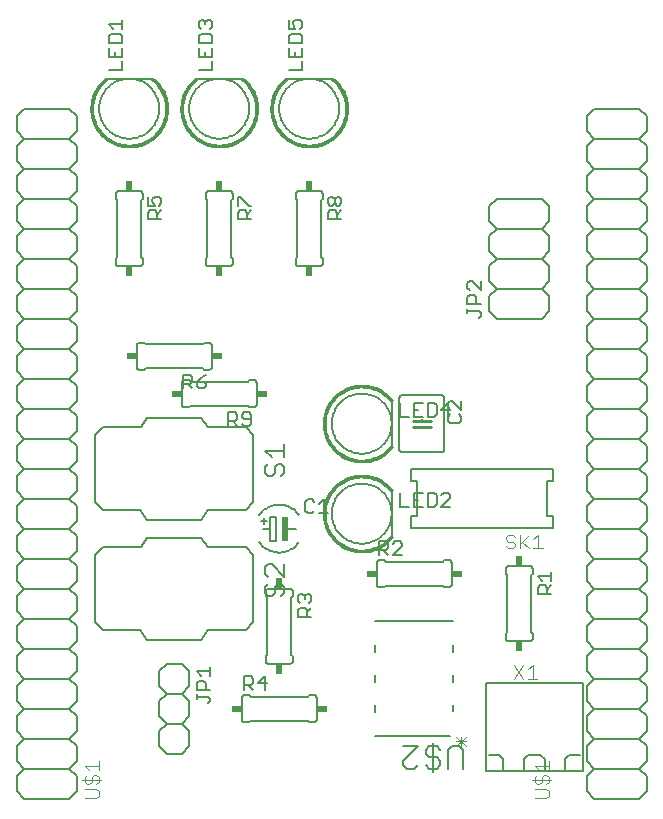
<source format=gto>
G75*
%MOIN*%
%OFA0B0*%
%FSLAX24Y24*%
%IPPOS*%
%LPD*%
%AMOC8*
5,1,8,0,0,1.08239X$1,22.5*
%
%ADD10C,0.0060*%
%ADD11C,0.0040*%
%ADD12C,0.0030*%
%ADD13C,0.0080*%
%ADD14C,0.0050*%
%ADD15R,0.0240X0.0340*%
%ADD16R,0.0340X0.0240*%
%ADD17R,0.0200X0.0800*%
%ADD18C,0.0100*%
%ADD19C,0.0010*%
%ADD20C,0.0070*%
D10*
X004720Y007500D02*
X004470Y007750D01*
X004470Y008250D01*
X004720Y008500D01*
X006220Y008500D01*
X006470Y008750D01*
X006470Y009250D01*
X006220Y009500D01*
X004720Y009500D01*
X004470Y009750D01*
X004470Y010250D01*
X004720Y010500D01*
X006220Y010500D01*
X006470Y010750D01*
X006470Y011250D01*
X006220Y011500D01*
X004720Y011500D01*
X004470Y011750D01*
X004470Y012250D01*
X004720Y012500D01*
X006220Y012500D01*
X006470Y012750D01*
X006470Y013250D01*
X006220Y013500D01*
X004720Y013500D01*
X004470Y013750D01*
X004470Y014250D01*
X004720Y014500D01*
X006220Y014500D01*
X006470Y014250D01*
X006470Y013750D01*
X006220Y013500D01*
X007090Y013370D02*
X007090Y015630D01*
X007340Y015880D01*
X008610Y015880D01*
X008820Y016200D01*
X010620Y016200D01*
X010850Y015880D01*
X012100Y015880D01*
X012350Y015630D01*
X012350Y013370D01*
X012100Y013120D01*
X010850Y013120D01*
X010620Y012800D01*
X008820Y012800D01*
X008590Y013120D01*
X007340Y013120D01*
X007090Y013370D01*
X006220Y012500D02*
X006470Y012250D01*
X006470Y011750D01*
X006220Y011500D01*
X006220Y010500D02*
X006470Y010250D01*
X006470Y009750D01*
X006220Y009500D01*
X006220Y008500D02*
X006470Y008250D01*
X006470Y007750D01*
X006220Y007500D01*
X004720Y007500D01*
X004720Y008500D02*
X004470Y008750D01*
X004470Y009250D01*
X004720Y009500D01*
X004720Y010500D02*
X004470Y010750D01*
X004470Y011250D01*
X004720Y011500D01*
X004720Y012500D02*
X004470Y012750D01*
X004470Y013250D01*
X004720Y013500D01*
X004720Y014500D02*
X004470Y014750D01*
X004470Y015250D01*
X004720Y015500D01*
X006220Y015500D01*
X006470Y015250D01*
X006470Y014750D01*
X006220Y014500D01*
X006220Y015500D02*
X006470Y015750D01*
X006470Y016250D01*
X006220Y016500D01*
X004720Y016500D01*
X004470Y016750D01*
X004470Y017250D01*
X004720Y017500D01*
X006220Y017500D01*
X006470Y017250D01*
X006470Y016750D01*
X006220Y016500D01*
X006220Y017500D02*
X006470Y017750D01*
X006470Y018250D01*
X006220Y018500D01*
X004720Y018500D01*
X004470Y018750D01*
X004470Y019250D01*
X004720Y019500D01*
X006220Y019500D01*
X006470Y019250D01*
X006470Y018750D01*
X006220Y018500D01*
X006220Y019500D02*
X006470Y019750D01*
X006470Y020250D01*
X006220Y020500D01*
X004720Y020500D01*
X004470Y020750D01*
X004470Y021250D01*
X004720Y021500D01*
X006220Y021500D01*
X006470Y021250D01*
X006470Y020750D01*
X006220Y020500D01*
X006220Y021500D02*
X006470Y021750D01*
X006470Y022250D01*
X006220Y022500D01*
X004720Y022500D01*
X004470Y022750D01*
X004470Y023250D01*
X004720Y023500D01*
X004470Y023750D01*
X004470Y024250D01*
X004720Y024500D01*
X004470Y024750D01*
X004470Y025250D01*
X004720Y025500D01*
X004470Y025750D01*
X004470Y026250D01*
X004720Y026500D01*
X004470Y026750D01*
X004470Y027250D01*
X004720Y027500D01*
X004470Y027750D01*
X004470Y028250D01*
X004720Y028500D01*
X004470Y028750D01*
X004470Y029250D01*
X004720Y029500D01*
X004470Y029750D01*
X004470Y030250D01*
X004720Y030500D01*
X006220Y030500D01*
X006470Y030250D01*
X006470Y029750D01*
X006220Y029500D01*
X004720Y029500D01*
X004720Y028500D02*
X006220Y028500D01*
X006470Y028750D01*
X006470Y029250D01*
X006220Y029500D01*
X006220Y028500D02*
X006470Y028250D01*
X006470Y027750D01*
X006220Y027500D01*
X004720Y027500D01*
X004720Y026500D02*
X006220Y026500D01*
X006470Y026750D01*
X006470Y027250D01*
X006220Y027500D01*
X006220Y026500D02*
X006470Y026250D01*
X006470Y025750D01*
X006220Y025500D01*
X004720Y025500D01*
X004720Y024500D02*
X006220Y024500D01*
X006470Y024750D01*
X006470Y025250D01*
X006220Y025500D01*
X006220Y024500D02*
X006470Y024250D01*
X006470Y023750D01*
X006220Y023500D01*
X004720Y023500D01*
X004720Y022500D02*
X004470Y022250D01*
X004470Y021750D01*
X004720Y021500D01*
X004720Y020500D02*
X004470Y020250D01*
X004470Y019750D01*
X004720Y019500D01*
X004720Y018500D02*
X004470Y018250D01*
X004470Y017750D01*
X004720Y017500D01*
X004720Y016500D02*
X004470Y016250D01*
X004470Y015750D01*
X004720Y015500D01*
X007090Y017370D02*
X007090Y019630D01*
X007340Y019880D01*
X008610Y019880D01*
X008820Y020200D01*
X010620Y020200D01*
X010850Y019880D01*
X012100Y019880D01*
X012350Y019630D01*
X012350Y017370D01*
X012100Y017120D01*
X010850Y017120D01*
X010620Y016800D01*
X008820Y016800D01*
X008590Y017120D01*
X007340Y017120D01*
X007090Y017370D01*
X010070Y020550D02*
X010220Y020550D01*
X010270Y020600D01*
X012170Y020600D01*
X012220Y020550D01*
X012370Y020550D01*
X012387Y020552D01*
X012404Y020556D01*
X012420Y020563D01*
X012434Y020573D01*
X012447Y020586D01*
X012457Y020600D01*
X012464Y020616D01*
X012468Y020633D01*
X012470Y020650D01*
X012470Y021350D01*
X012468Y021367D01*
X012464Y021384D01*
X012457Y021400D01*
X012447Y021414D01*
X012434Y021427D01*
X012420Y021437D01*
X012404Y021444D01*
X012387Y021448D01*
X012370Y021450D01*
X012220Y021450D01*
X012170Y021400D01*
X010270Y021400D01*
X010220Y021450D01*
X010070Y021450D01*
X010053Y021448D01*
X010036Y021444D01*
X010020Y021437D01*
X010006Y021427D01*
X009993Y021414D01*
X009983Y021400D01*
X009976Y021384D01*
X009972Y021367D01*
X009970Y021350D01*
X009970Y020650D01*
X009972Y020633D01*
X009976Y020616D01*
X009983Y020600D01*
X009993Y020586D01*
X010006Y020573D01*
X010020Y020563D01*
X010036Y020556D01*
X010053Y020552D01*
X010070Y020550D01*
X010720Y021800D02*
X010670Y021850D01*
X008770Y021850D01*
X008720Y021800D01*
X008570Y021800D01*
X008553Y021802D01*
X008536Y021806D01*
X008520Y021813D01*
X008506Y021823D01*
X008493Y021836D01*
X008483Y021850D01*
X008476Y021866D01*
X008472Y021883D01*
X008470Y021900D01*
X008470Y022600D01*
X008472Y022617D01*
X008476Y022634D01*
X008483Y022650D01*
X008493Y022664D01*
X008506Y022677D01*
X008520Y022687D01*
X008536Y022694D01*
X008553Y022698D01*
X008570Y022700D01*
X008720Y022700D01*
X008770Y022650D01*
X010670Y022650D01*
X010720Y022700D01*
X010870Y022700D01*
X010887Y022698D01*
X010904Y022694D01*
X010920Y022687D01*
X010934Y022677D01*
X010947Y022664D01*
X010957Y022650D01*
X010964Y022634D01*
X010968Y022617D01*
X010970Y022600D01*
X010970Y021900D01*
X010968Y021883D01*
X010964Y021866D01*
X010957Y021850D01*
X010947Y021836D01*
X010934Y021823D01*
X010920Y021813D01*
X010904Y021806D01*
X010887Y021802D01*
X010870Y021800D01*
X010720Y021800D01*
X010870Y025250D02*
X011570Y025250D01*
X011587Y025252D01*
X011604Y025256D01*
X011620Y025263D01*
X011634Y025273D01*
X011647Y025286D01*
X011657Y025300D01*
X011664Y025316D01*
X011668Y025333D01*
X011670Y025350D01*
X011670Y025500D01*
X011620Y025550D01*
X011620Y027450D01*
X011670Y027500D01*
X011670Y027650D01*
X011668Y027667D01*
X011664Y027684D01*
X011657Y027700D01*
X011647Y027714D01*
X011634Y027727D01*
X011620Y027737D01*
X011604Y027744D01*
X011587Y027748D01*
X011570Y027750D01*
X010870Y027750D01*
X010853Y027748D01*
X010836Y027744D01*
X010820Y027737D01*
X010806Y027727D01*
X010793Y027714D01*
X010783Y027700D01*
X010776Y027684D01*
X010772Y027667D01*
X010770Y027650D01*
X010770Y027500D01*
X010820Y027450D01*
X010820Y025550D01*
X010770Y025500D01*
X010770Y025350D01*
X010772Y025333D01*
X010776Y025316D01*
X010783Y025300D01*
X010793Y025286D01*
X010806Y025273D01*
X010820Y025263D01*
X010836Y025256D01*
X010853Y025252D01*
X010870Y025250D01*
X008670Y025350D02*
X008670Y025500D01*
X008620Y025550D01*
X008620Y027450D01*
X008670Y027500D01*
X008670Y027650D01*
X008668Y027667D01*
X008664Y027684D01*
X008657Y027700D01*
X008647Y027714D01*
X008634Y027727D01*
X008620Y027737D01*
X008604Y027744D01*
X008587Y027748D01*
X008570Y027750D01*
X007870Y027750D01*
X007853Y027748D01*
X007836Y027744D01*
X007820Y027737D01*
X007806Y027727D01*
X007793Y027714D01*
X007783Y027700D01*
X007776Y027684D01*
X007772Y027667D01*
X007770Y027650D01*
X007770Y027500D01*
X007820Y027450D01*
X007820Y025550D01*
X007770Y025500D01*
X007770Y025350D01*
X007772Y025333D01*
X007776Y025316D01*
X007783Y025300D01*
X007793Y025286D01*
X007806Y025273D01*
X007820Y025263D01*
X007836Y025256D01*
X007853Y025252D01*
X007870Y025250D01*
X008570Y025250D01*
X008587Y025252D01*
X008604Y025256D01*
X008620Y025263D01*
X008634Y025273D01*
X008647Y025286D01*
X008657Y025300D01*
X008664Y025316D01*
X008668Y025333D01*
X008670Y025350D01*
X006470Y023250D02*
X006470Y022750D01*
X006220Y022500D01*
X006470Y023250D02*
X006220Y023500D01*
X007220Y030500D02*
X007222Y030563D01*
X007228Y030625D01*
X007238Y030687D01*
X007251Y030749D01*
X007269Y030809D01*
X007290Y030868D01*
X007315Y030926D01*
X007344Y030982D01*
X007376Y031036D01*
X007411Y031088D01*
X007449Y031137D01*
X007491Y031185D01*
X007535Y031229D01*
X007583Y031271D01*
X007632Y031309D01*
X007684Y031344D01*
X007738Y031376D01*
X007794Y031405D01*
X007852Y031430D01*
X007911Y031451D01*
X007971Y031469D01*
X008033Y031482D01*
X008095Y031492D01*
X008157Y031498D01*
X008220Y031500D01*
X008283Y031498D01*
X008345Y031492D01*
X008407Y031482D01*
X008469Y031469D01*
X008529Y031451D01*
X008588Y031430D01*
X008646Y031405D01*
X008702Y031376D01*
X008756Y031344D01*
X008808Y031309D01*
X008857Y031271D01*
X008905Y031229D01*
X008949Y031185D01*
X008991Y031137D01*
X009029Y031088D01*
X009064Y031036D01*
X009096Y030982D01*
X009125Y030926D01*
X009150Y030868D01*
X009171Y030809D01*
X009189Y030749D01*
X009202Y030687D01*
X009212Y030625D01*
X009218Y030563D01*
X009220Y030500D01*
X009218Y030437D01*
X009212Y030375D01*
X009202Y030313D01*
X009189Y030251D01*
X009171Y030191D01*
X009150Y030132D01*
X009125Y030074D01*
X009096Y030018D01*
X009064Y029964D01*
X009029Y029912D01*
X008991Y029863D01*
X008949Y029815D01*
X008905Y029771D01*
X008857Y029729D01*
X008808Y029691D01*
X008756Y029656D01*
X008702Y029624D01*
X008646Y029595D01*
X008588Y029570D01*
X008529Y029549D01*
X008469Y029531D01*
X008407Y029518D01*
X008345Y029508D01*
X008283Y029502D01*
X008220Y029500D01*
X008157Y029502D01*
X008095Y029508D01*
X008033Y029518D01*
X007971Y029531D01*
X007911Y029549D01*
X007852Y029570D01*
X007794Y029595D01*
X007738Y029624D01*
X007684Y029656D01*
X007632Y029691D01*
X007583Y029729D01*
X007535Y029771D01*
X007491Y029815D01*
X007449Y029863D01*
X007411Y029912D01*
X007376Y029964D01*
X007344Y030018D01*
X007315Y030074D01*
X007290Y030132D01*
X007269Y030191D01*
X007251Y030251D01*
X007238Y030313D01*
X007228Y030375D01*
X007222Y030437D01*
X007220Y030500D01*
X010220Y030500D02*
X010222Y030563D01*
X010228Y030625D01*
X010238Y030687D01*
X010251Y030749D01*
X010269Y030809D01*
X010290Y030868D01*
X010315Y030926D01*
X010344Y030982D01*
X010376Y031036D01*
X010411Y031088D01*
X010449Y031137D01*
X010491Y031185D01*
X010535Y031229D01*
X010583Y031271D01*
X010632Y031309D01*
X010684Y031344D01*
X010738Y031376D01*
X010794Y031405D01*
X010852Y031430D01*
X010911Y031451D01*
X010971Y031469D01*
X011033Y031482D01*
X011095Y031492D01*
X011157Y031498D01*
X011220Y031500D01*
X011283Y031498D01*
X011345Y031492D01*
X011407Y031482D01*
X011469Y031469D01*
X011529Y031451D01*
X011588Y031430D01*
X011646Y031405D01*
X011702Y031376D01*
X011756Y031344D01*
X011808Y031309D01*
X011857Y031271D01*
X011905Y031229D01*
X011949Y031185D01*
X011991Y031137D01*
X012029Y031088D01*
X012064Y031036D01*
X012096Y030982D01*
X012125Y030926D01*
X012150Y030868D01*
X012171Y030809D01*
X012189Y030749D01*
X012202Y030687D01*
X012212Y030625D01*
X012218Y030563D01*
X012220Y030500D01*
X012218Y030437D01*
X012212Y030375D01*
X012202Y030313D01*
X012189Y030251D01*
X012171Y030191D01*
X012150Y030132D01*
X012125Y030074D01*
X012096Y030018D01*
X012064Y029964D01*
X012029Y029912D01*
X011991Y029863D01*
X011949Y029815D01*
X011905Y029771D01*
X011857Y029729D01*
X011808Y029691D01*
X011756Y029656D01*
X011702Y029624D01*
X011646Y029595D01*
X011588Y029570D01*
X011529Y029549D01*
X011469Y029531D01*
X011407Y029518D01*
X011345Y029508D01*
X011283Y029502D01*
X011220Y029500D01*
X011157Y029502D01*
X011095Y029508D01*
X011033Y029518D01*
X010971Y029531D01*
X010911Y029549D01*
X010852Y029570D01*
X010794Y029595D01*
X010738Y029624D01*
X010684Y029656D01*
X010632Y029691D01*
X010583Y029729D01*
X010535Y029771D01*
X010491Y029815D01*
X010449Y029863D01*
X010411Y029912D01*
X010376Y029964D01*
X010344Y030018D01*
X010315Y030074D01*
X010290Y030132D01*
X010269Y030191D01*
X010251Y030251D01*
X010238Y030313D01*
X010228Y030375D01*
X010222Y030437D01*
X010220Y030500D01*
X013770Y027650D02*
X013770Y027500D01*
X013820Y027450D01*
X013820Y025550D01*
X013770Y025500D01*
X013770Y025350D01*
X013772Y025333D01*
X013776Y025316D01*
X013783Y025300D01*
X013793Y025286D01*
X013806Y025273D01*
X013820Y025263D01*
X013836Y025256D01*
X013853Y025252D01*
X013870Y025250D01*
X014570Y025250D01*
X014587Y025252D01*
X014604Y025256D01*
X014620Y025263D01*
X014634Y025273D01*
X014647Y025286D01*
X014657Y025300D01*
X014664Y025316D01*
X014668Y025333D01*
X014670Y025350D01*
X014670Y025500D01*
X014620Y025550D01*
X014620Y027450D01*
X014670Y027500D01*
X014670Y027650D01*
X014668Y027667D01*
X014664Y027684D01*
X014657Y027700D01*
X014647Y027714D01*
X014634Y027727D01*
X014620Y027737D01*
X014604Y027744D01*
X014587Y027748D01*
X014570Y027750D01*
X013870Y027750D01*
X013853Y027748D01*
X013836Y027744D01*
X013820Y027737D01*
X013806Y027727D01*
X013793Y027714D01*
X013783Y027700D01*
X013776Y027684D01*
X013772Y027667D01*
X013770Y027650D01*
X013220Y030500D02*
X013222Y030563D01*
X013228Y030625D01*
X013238Y030687D01*
X013251Y030749D01*
X013269Y030809D01*
X013290Y030868D01*
X013315Y030926D01*
X013344Y030982D01*
X013376Y031036D01*
X013411Y031088D01*
X013449Y031137D01*
X013491Y031185D01*
X013535Y031229D01*
X013583Y031271D01*
X013632Y031309D01*
X013684Y031344D01*
X013738Y031376D01*
X013794Y031405D01*
X013852Y031430D01*
X013911Y031451D01*
X013971Y031469D01*
X014033Y031482D01*
X014095Y031492D01*
X014157Y031498D01*
X014220Y031500D01*
X014283Y031498D01*
X014345Y031492D01*
X014407Y031482D01*
X014469Y031469D01*
X014529Y031451D01*
X014588Y031430D01*
X014646Y031405D01*
X014702Y031376D01*
X014756Y031344D01*
X014808Y031309D01*
X014857Y031271D01*
X014905Y031229D01*
X014949Y031185D01*
X014991Y031137D01*
X015029Y031088D01*
X015064Y031036D01*
X015096Y030982D01*
X015125Y030926D01*
X015150Y030868D01*
X015171Y030809D01*
X015189Y030749D01*
X015202Y030687D01*
X015212Y030625D01*
X015218Y030563D01*
X015220Y030500D01*
X015218Y030437D01*
X015212Y030375D01*
X015202Y030313D01*
X015189Y030251D01*
X015171Y030191D01*
X015150Y030132D01*
X015125Y030074D01*
X015096Y030018D01*
X015064Y029964D01*
X015029Y029912D01*
X014991Y029863D01*
X014949Y029815D01*
X014905Y029771D01*
X014857Y029729D01*
X014808Y029691D01*
X014756Y029656D01*
X014702Y029624D01*
X014646Y029595D01*
X014588Y029570D01*
X014529Y029549D01*
X014469Y029531D01*
X014407Y029518D01*
X014345Y029508D01*
X014283Y029502D01*
X014220Y029500D01*
X014157Y029502D01*
X014095Y029508D01*
X014033Y029518D01*
X013971Y029531D01*
X013911Y029549D01*
X013852Y029570D01*
X013794Y029595D01*
X013738Y029624D01*
X013684Y029656D01*
X013632Y029691D01*
X013583Y029729D01*
X013535Y029771D01*
X013491Y029815D01*
X013449Y029863D01*
X013411Y029912D01*
X013376Y029964D01*
X013344Y030018D01*
X013315Y030074D01*
X013290Y030132D01*
X013269Y030191D01*
X013251Y030251D01*
X013238Y030313D01*
X013228Y030375D01*
X013222Y030437D01*
X013220Y030500D01*
X020220Y027250D02*
X020220Y026750D01*
X020470Y026500D01*
X021970Y026500D01*
X022220Y026750D01*
X022220Y027250D01*
X021970Y027500D01*
X020470Y027500D01*
X020220Y027250D01*
X020470Y026500D02*
X020220Y026250D01*
X020220Y025750D01*
X020470Y025500D01*
X021970Y025500D01*
X022220Y025750D01*
X022220Y026250D01*
X021970Y026500D01*
X021970Y025500D02*
X022220Y025250D01*
X022220Y024750D01*
X021970Y024500D01*
X020470Y024500D01*
X020220Y024750D01*
X020220Y025250D01*
X020470Y025500D01*
X020470Y024500D02*
X020220Y024250D01*
X020220Y023750D01*
X020470Y023500D01*
X021970Y023500D01*
X022220Y023750D01*
X022220Y024250D01*
X021970Y024500D01*
X023470Y024250D02*
X023470Y023750D01*
X023720Y023500D01*
X025220Y023500D01*
X025470Y023750D01*
X025470Y024250D01*
X025220Y024500D01*
X025470Y024750D01*
X025470Y025250D01*
X025220Y025500D01*
X025470Y025750D01*
X025470Y026250D01*
X025220Y026500D01*
X025470Y026750D01*
X025470Y027250D01*
X025220Y027500D01*
X025470Y027750D01*
X025470Y028250D01*
X025220Y028500D01*
X025470Y028750D01*
X025470Y029250D01*
X025220Y029500D01*
X025470Y029750D01*
X025470Y030250D01*
X025220Y030500D01*
X023720Y030500D01*
X023470Y030250D01*
X023470Y029750D01*
X023720Y029500D01*
X025220Y029500D01*
X025220Y028500D02*
X023720Y028500D01*
X023470Y028750D01*
X023470Y029250D01*
X023720Y029500D01*
X023720Y028500D02*
X023470Y028250D01*
X023470Y027750D01*
X023720Y027500D01*
X025220Y027500D01*
X025220Y026500D02*
X023720Y026500D01*
X023470Y026750D01*
X023470Y027250D01*
X023720Y027500D01*
X023720Y026500D02*
X023470Y026250D01*
X023470Y025750D01*
X023720Y025500D01*
X025220Y025500D01*
X025220Y024500D02*
X023720Y024500D01*
X023470Y024750D01*
X023470Y025250D01*
X023720Y025500D01*
X023720Y024500D02*
X023470Y024250D01*
X023720Y023500D02*
X023470Y023250D01*
X023470Y022750D01*
X023720Y022500D01*
X025220Y022500D01*
X025470Y022250D01*
X025470Y021750D01*
X025220Y021500D01*
X023720Y021500D01*
X023470Y021750D01*
X023470Y022250D01*
X023720Y022500D01*
X023720Y021500D02*
X023470Y021250D01*
X023470Y020750D01*
X023720Y020500D01*
X025220Y020500D01*
X025470Y020250D01*
X025470Y019750D01*
X025220Y019500D01*
X023720Y019500D01*
X023470Y019750D01*
X023470Y020250D01*
X023720Y020500D01*
X023720Y019500D02*
X023470Y019250D01*
X023470Y018750D01*
X023720Y018500D01*
X025220Y018500D01*
X025470Y018250D01*
X025470Y017750D01*
X025220Y017500D01*
X023720Y017500D01*
X023470Y017750D01*
X023470Y018250D01*
X023720Y018500D01*
X023720Y017500D02*
X023470Y017250D01*
X023470Y016750D01*
X023720Y016500D01*
X025220Y016500D01*
X025470Y016250D01*
X025470Y015750D01*
X025220Y015500D01*
X023720Y015500D01*
X023470Y015750D01*
X023470Y016250D01*
X023720Y016500D01*
X023720Y015500D02*
X023470Y015250D01*
X023470Y014750D01*
X023720Y014500D01*
X025220Y014500D01*
X025470Y014250D01*
X025470Y013750D01*
X025220Y013500D01*
X023720Y013500D01*
X023470Y013750D01*
X023470Y014250D01*
X023720Y014500D01*
X023720Y013500D02*
X023470Y013250D01*
X023470Y012750D01*
X023720Y012500D01*
X025220Y012500D01*
X025470Y012750D01*
X025470Y013250D01*
X025220Y013500D01*
X025220Y012500D02*
X025470Y012250D01*
X025470Y011750D01*
X025220Y011500D01*
X023720Y011500D01*
X023470Y011750D01*
X023470Y012250D01*
X023720Y012500D01*
X023720Y011500D02*
X023470Y011250D01*
X023470Y010750D01*
X023720Y010500D01*
X025220Y010500D01*
X025470Y010750D01*
X025470Y011250D01*
X025220Y011500D01*
X025220Y010500D02*
X025470Y010250D01*
X025470Y009750D01*
X025220Y009500D01*
X023720Y009500D01*
X023470Y009750D01*
X023470Y010250D01*
X023720Y010500D01*
X023720Y009500D02*
X023470Y009250D01*
X023470Y008750D01*
X023720Y008500D01*
X025220Y008500D01*
X025470Y008750D01*
X025470Y009250D01*
X025220Y009500D01*
X025220Y008500D02*
X025470Y008250D01*
X025470Y007750D01*
X025220Y007500D01*
X023720Y007500D01*
X023470Y007750D01*
X023470Y008250D01*
X023720Y008500D01*
X021570Y012750D02*
X020870Y012750D01*
X020853Y012752D01*
X020836Y012756D01*
X020820Y012763D01*
X020806Y012773D01*
X020793Y012786D01*
X020783Y012800D01*
X020776Y012816D01*
X020772Y012833D01*
X020770Y012850D01*
X020770Y013000D01*
X020820Y013050D01*
X020820Y014950D01*
X020770Y015000D01*
X020770Y015150D01*
X020772Y015167D01*
X020776Y015184D01*
X020783Y015200D01*
X020793Y015214D01*
X020806Y015227D01*
X020820Y015237D01*
X020836Y015244D01*
X020853Y015248D01*
X020870Y015250D01*
X021570Y015250D01*
X021587Y015248D01*
X021604Y015244D01*
X021620Y015237D01*
X021634Y015227D01*
X021647Y015214D01*
X021657Y015200D01*
X021664Y015184D01*
X021668Y015167D01*
X021670Y015150D01*
X021670Y015000D01*
X021620Y014950D01*
X021620Y013050D01*
X021670Y013000D01*
X021670Y012850D01*
X021668Y012833D01*
X021664Y012816D01*
X021657Y012800D01*
X021647Y012786D01*
X021634Y012773D01*
X021620Y012763D01*
X021604Y012756D01*
X021587Y012752D01*
X021570Y012750D01*
X019020Y012620D02*
X019020Y012380D01*
X019020Y011620D02*
X019020Y011380D01*
X019020Y010620D02*
X019020Y010430D01*
X018910Y009570D02*
X016420Y009570D01*
X016420Y010380D02*
X016420Y010620D01*
X016420Y011380D02*
X016420Y011620D01*
X016420Y012380D02*
X016420Y012620D01*
X016420Y013430D02*
X019020Y013430D01*
X018870Y014550D02*
X018720Y014550D01*
X018670Y014600D01*
X016770Y014600D01*
X016720Y014550D01*
X016570Y014550D01*
X016553Y014552D01*
X016536Y014556D01*
X016520Y014563D01*
X016506Y014573D01*
X016493Y014586D01*
X016483Y014600D01*
X016476Y014616D01*
X016472Y014633D01*
X016470Y014650D01*
X016470Y015350D01*
X016472Y015367D01*
X016476Y015384D01*
X016483Y015400D01*
X016493Y015414D01*
X016506Y015427D01*
X016520Y015437D01*
X016536Y015444D01*
X016553Y015448D01*
X016570Y015450D01*
X016720Y015450D01*
X016770Y015400D01*
X018670Y015400D01*
X018720Y015450D01*
X018870Y015450D01*
X018887Y015448D01*
X018904Y015444D01*
X018920Y015437D01*
X018934Y015427D01*
X018947Y015414D01*
X018957Y015400D01*
X018964Y015384D01*
X018968Y015367D01*
X018970Y015350D01*
X018970Y014650D01*
X018968Y014633D01*
X018964Y014616D01*
X018957Y014600D01*
X018947Y014586D01*
X018934Y014573D01*
X018920Y014563D01*
X018904Y014556D01*
X018887Y014552D01*
X018870Y014550D01*
X014970Y017000D02*
X014972Y017063D01*
X014978Y017125D01*
X014988Y017187D01*
X015001Y017249D01*
X015019Y017309D01*
X015040Y017368D01*
X015065Y017426D01*
X015094Y017482D01*
X015126Y017536D01*
X015161Y017588D01*
X015199Y017637D01*
X015241Y017685D01*
X015285Y017729D01*
X015333Y017771D01*
X015382Y017809D01*
X015434Y017844D01*
X015488Y017876D01*
X015544Y017905D01*
X015602Y017930D01*
X015661Y017951D01*
X015721Y017969D01*
X015783Y017982D01*
X015845Y017992D01*
X015907Y017998D01*
X015970Y018000D01*
X016033Y017998D01*
X016095Y017992D01*
X016157Y017982D01*
X016219Y017969D01*
X016279Y017951D01*
X016338Y017930D01*
X016396Y017905D01*
X016452Y017876D01*
X016506Y017844D01*
X016558Y017809D01*
X016607Y017771D01*
X016655Y017729D01*
X016699Y017685D01*
X016741Y017637D01*
X016779Y017588D01*
X016814Y017536D01*
X016846Y017482D01*
X016875Y017426D01*
X016900Y017368D01*
X016921Y017309D01*
X016939Y017249D01*
X016952Y017187D01*
X016962Y017125D01*
X016968Y017063D01*
X016970Y017000D01*
X016968Y016937D01*
X016962Y016875D01*
X016952Y016813D01*
X016939Y016751D01*
X016921Y016691D01*
X016900Y016632D01*
X016875Y016574D01*
X016846Y016518D01*
X016814Y016464D01*
X016779Y016412D01*
X016741Y016363D01*
X016699Y016315D01*
X016655Y016271D01*
X016607Y016229D01*
X016558Y016191D01*
X016506Y016156D01*
X016452Y016124D01*
X016396Y016095D01*
X016338Y016070D01*
X016279Y016049D01*
X016219Y016031D01*
X016157Y016018D01*
X016095Y016008D01*
X016033Y016002D01*
X015970Y016000D01*
X015907Y016002D01*
X015845Y016008D01*
X015783Y016018D01*
X015721Y016031D01*
X015661Y016049D01*
X015602Y016070D01*
X015544Y016095D01*
X015488Y016124D01*
X015434Y016156D01*
X015382Y016191D01*
X015333Y016229D01*
X015285Y016271D01*
X015241Y016315D01*
X015199Y016363D01*
X015161Y016412D01*
X015126Y016464D01*
X015094Y016518D01*
X015065Y016574D01*
X015040Y016632D01*
X015019Y016691D01*
X015001Y016751D01*
X014988Y016813D01*
X014978Y016875D01*
X014972Y016937D01*
X014970Y017000D01*
X013770Y016500D02*
X013470Y016500D01*
X013889Y016061D02*
X013857Y016016D01*
X013823Y015974D01*
X013785Y015934D01*
X013746Y015897D01*
X013703Y015862D01*
X013659Y015831D01*
X013612Y015803D01*
X013563Y015777D01*
X013513Y015756D01*
X013462Y015737D01*
X013409Y015723D01*
X013356Y015712D01*
X013302Y015704D01*
X013247Y015700D01*
X013193Y015700D01*
X013138Y015704D01*
X013084Y015712D01*
X013031Y015723D01*
X012978Y015737D01*
X012927Y015756D01*
X012877Y015777D01*
X012828Y015803D01*
X012781Y015831D01*
X012737Y015862D01*
X012694Y015897D01*
X012655Y015934D01*
X012617Y015974D01*
X012583Y016016D01*
X012551Y016061D01*
X012920Y016100D02*
X012920Y016500D01*
X012920Y016900D01*
X013120Y016900D01*
X013120Y016100D01*
X012920Y016100D01*
X012920Y016500D02*
X012670Y016500D01*
X012720Y016650D02*
X012720Y016850D01*
X012620Y016750D02*
X012820Y016750D01*
X012551Y016939D02*
X012583Y016984D01*
X012617Y017026D01*
X012655Y017066D01*
X012694Y017103D01*
X012737Y017138D01*
X012781Y017169D01*
X012828Y017197D01*
X012877Y017223D01*
X012927Y017244D01*
X012978Y017263D01*
X013031Y017277D01*
X013084Y017288D01*
X013138Y017296D01*
X013193Y017300D01*
X013247Y017300D01*
X013302Y017296D01*
X013356Y017288D01*
X013409Y017277D01*
X013462Y017263D01*
X013513Y017244D01*
X013563Y017223D01*
X013612Y017197D01*
X013659Y017169D01*
X013703Y017138D01*
X013746Y017103D01*
X013785Y017066D01*
X013823Y017026D01*
X013857Y016984D01*
X013889Y016939D01*
X013570Y014500D02*
X012870Y014500D01*
X012853Y014498D01*
X012836Y014494D01*
X012820Y014487D01*
X012806Y014477D01*
X012793Y014464D01*
X012783Y014450D01*
X012776Y014434D01*
X012772Y014417D01*
X012770Y014400D01*
X012770Y014250D01*
X012820Y014200D01*
X012820Y012300D01*
X012770Y012250D01*
X012770Y012100D01*
X012772Y012083D01*
X012776Y012066D01*
X012783Y012050D01*
X012793Y012036D01*
X012806Y012023D01*
X012820Y012013D01*
X012836Y012006D01*
X012853Y012002D01*
X012870Y012000D01*
X013570Y012000D01*
X013587Y012002D01*
X013604Y012006D01*
X013620Y012013D01*
X013634Y012023D01*
X013647Y012036D01*
X013657Y012050D01*
X013664Y012066D01*
X013668Y012083D01*
X013670Y012100D01*
X013670Y012250D01*
X013620Y012300D01*
X013620Y014200D01*
X013670Y014250D01*
X013670Y014400D01*
X013668Y014417D01*
X013664Y014434D01*
X013657Y014450D01*
X013647Y014464D01*
X013634Y014477D01*
X013620Y014487D01*
X013604Y014494D01*
X013587Y014498D01*
X013570Y014500D01*
X014220Y010950D02*
X014370Y010950D01*
X014387Y010948D01*
X014404Y010944D01*
X014420Y010937D01*
X014434Y010927D01*
X014447Y010914D01*
X014457Y010900D01*
X014464Y010884D01*
X014468Y010867D01*
X014470Y010850D01*
X014470Y010150D01*
X014468Y010133D01*
X014464Y010116D01*
X014457Y010100D01*
X014447Y010086D01*
X014434Y010073D01*
X014420Y010063D01*
X014404Y010056D01*
X014387Y010052D01*
X014370Y010050D01*
X014220Y010050D01*
X014170Y010100D01*
X012270Y010100D01*
X012220Y010050D01*
X012070Y010050D01*
X012053Y010052D01*
X012036Y010056D01*
X012020Y010063D01*
X012006Y010073D01*
X011993Y010086D01*
X011983Y010100D01*
X011976Y010116D01*
X011972Y010133D01*
X011970Y010150D01*
X011970Y010850D01*
X011972Y010867D01*
X011976Y010884D01*
X011983Y010900D01*
X011993Y010914D01*
X012006Y010927D01*
X012020Y010937D01*
X012036Y010944D01*
X012053Y010948D01*
X012070Y010950D01*
X012220Y010950D01*
X012270Y010900D01*
X014170Y010900D01*
X014220Y010950D01*
X010220Y010750D02*
X010220Y010250D01*
X009970Y010000D01*
X010220Y009750D01*
X010220Y009250D01*
X009970Y009000D01*
X009470Y009000D01*
X009220Y009250D01*
X009220Y009750D01*
X009470Y010000D01*
X009220Y010250D01*
X009220Y010750D01*
X009470Y011000D01*
X009220Y011250D01*
X009220Y011750D01*
X009470Y012000D01*
X009970Y012000D01*
X010220Y011750D01*
X010220Y011250D01*
X009970Y011000D01*
X010220Y010750D01*
X009970Y011000D02*
X009470Y011000D01*
X009470Y010000D02*
X009970Y010000D01*
X017320Y019050D02*
X018620Y019050D01*
X018637Y019052D01*
X018654Y019056D01*
X018670Y019063D01*
X018684Y019073D01*
X018697Y019086D01*
X018707Y019100D01*
X018714Y019116D01*
X018718Y019133D01*
X018720Y019150D01*
X018720Y020850D01*
X018718Y020867D01*
X018714Y020884D01*
X018707Y020900D01*
X018697Y020914D01*
X018684Y020927D01*
X018670Y020937D01*
X018654Y020944D01*
X018637Y020948D01*
X018620Y020950D01*
X017320Y020950D01*
X017303Y020948D01*
X017286Y020944D01*
X017270Y020937D01*
X017256Y020927D01*
X017243Y020914D01*
X017233Y020900D01*
X017226Y020884D01*
X017222Y020867D01*
X017220Y020850D01*
X017220Y019150D01*
X017222Y019133D01*
X017226Y019116D01*
X017233Y019100D01*
X017243Y019086D01*
X017256Y019073D01*
X017270Y019063D01*
X017286Y019056D01*
X017303Y019052D01*
X017320Y019050D01*
X017970Y019850D02*
X017970Y019900D01*
X017970Y020100D02*
X017970Y020150D01*
X014970Y020000D02*
X014972Y020063D01*
X014978Y020125D01*
X014988Y020187D01*
X015001Y020249D01*
X015019Y020309D01*
X015040Y020368D01*
X015065Y020426D01*
X015094Y020482D01*
X015126Y020536D01*
X015161Y020588D01*
X015199Y020637D01*
X015241Y020685D01*
X015285Y020729D01*
X015333Y020771D01*
X015382Y020809D01*
X015434Y020844D01*
X015488Y020876D01*
X015544Y020905D01*
X015602Y020930D01*
X015661Y020951D01*
X015721Y020969D01*
X015783Y020982D01*
X015845Y020992D01*
X015907Y020998D01*
X015970Y021000D01*
X016033Y020998D01*
X016095Y020992D01*
X016157Y020982D01*
X016219Y020969D01*
X016279Y020951D01*
X016338Y020930D01*
X016396Y020905D01*
X016452Y020876D01*
X016506Y020844D01*
X016558Y020809D01*
X016607Y020771D01*
X016655Y020729D01*
X016699Y020685D01*
X016741Y020637D01*
X016779Y020588D01*
X016814Y020536D01*
X016846Y020482D01*
X016875Y020426D01*
X016900Y020368D01*
X016921Y020309D01*
X016939Y020249D01*
X016952Y020187D01*
X016962Y020125D01*
X016968Y020063D01*
X016970Y020000D01*
X016968Y019937D01*
X016962Y019875D01*
X016952Y019813D01*
X016939Y019751D01*
X016921Y019691D01*
X016900Y019632D01*
X016875Y019574D01*
X016846Y019518D01*
X016814Y019464D01*
X016779Y019412D01*
X016741Y019363D01*
X016699Y019315D01*
X016655Y019271D01*
X016607Y019229D01*
X016558Y019191D01*
X016506Y019156D01*
X016452Y019124D01*
X016396Y019095D01*
X016338Y019070D01*
X016279Y019049D01*
X016219Y019031D01*
X016157Y019018D01*
X016095Y019008D01*
X016033Y019002D01*
X015970Y019000D01*
X015907Y019002D01*
X015845Y019008D01*
X015783Y019018D01*
X015721Y019031D01*
X015661Y019049D01*
X015602Y019070D01*
X015544Y019095D01*
X015488Y019124D01*
X015434Y019156D01*
X015382Y019191D01*
X015333Y019229D01*
X015285Y019271D01*
X015241Y019315D01*
X015199Y019363D01*
X015161Y019412D01*
X015126Y019464D01*
X015094Y019518D01*
X015065Y019574D01*
X015040Y019632D01*
X015019Y019691D01*
X015001Y019751D01*
X014988Y019813D01*
X014978Y019875D01*
X014972Y019937D01*
X014970Y020000D01*
X025220Y019500D02*
X025470Y019250D01*
X025470Y018750D01*
X025220Y018500D01*
X025220Y017500D02*
X025470Y017250D01*
X025470Y016750D01*
X025220Y016500D01*
X025220Y015500D02*
X025470Y015250D01*
X025470Y014750D01*
X025220Y014500D01*
X025220Y020500D02*
X025470Y020750D01*
X025470Y021250D01*
X025220Y021500D01*
X025220Y022500D02*
X025470Y022750D01*
X025470Y023250D01*
X025220Y023500D01*
D11*
X021848Y016299D02*
X021848Y015839D01*
X021695Y015839D02*
X022002Y015839D01*
X021695Y016146D02*
X021848Y016299D01*
X021541Y016299D02*
X021235Y015992D01*
X021311Y016069D02*
X021541Y015839D01*
X021235Y015839D02*
X021235Y016299D01*
X021081Y016223D02*
X021004Y016299D01*
X020851Y016299D01*
X020774Y016223D01*
X020774Y016146D01*
X020851Y016069D01*
X021004Y016069D01*
X021081Y015992D01*
X021081Y015916D01*
X021004Y015839D01*
X020851Y015839D01*
X020774Y015916D01*
X021051Y011957D02*
X021358Y011496D01*
X021511Y011496D02*
X021818Y011496D01*
X021665Y011496D02*
X021665Y011957D01*
X021511Y011803D01*
X021358Y011957D02*
X021051Y011496D01*
X022200Y008748D02*
X022200Y008441D01*
X022200Y008594D02*
X021740Y008594D01*
X021893Y008441D01*
X021816Y008287D02*
X021740Y008211D01*
X021740Y008057D01*
X021816Y007980D01*
X021893Y007980D01*
X021970Y008057D01*
X021970Y008211D01*
X022047Y008287D01*
X022123Y008287D01*
X022200Y008211D01*
X022200Y008057D01*
X022123Y007980D01*
X022123Y007827D02*
X021740Y007827D01*
X021740Y007520D02*
X022123Y007520D01*
X022200Y007597D01*
X022200Y007750D01*
X022123Y007827D01*
X022277Y008134D02*
X021663Y008134D01*
X007277Y008134D02*
X006663Y008134D01*
X006740Y008211D02*
X006816Y008287D01*
X006740Y008211D02*
X006740Y008057D01*
X006816Y007980D01*
X006893Y007980D01*
X006970Y008057D01*
X006970Y008211D01*
X007047Y008287D01*
X007123Y008287D01*
X007200Y008211D01*
X007200Y008057D01*
X007123Y007980D01*
X007123Y007827D02*
X006740Y007827D01*
X006740Y007520D02*
X007123Y007520D01*
X007200Y007597D01*
X007200Y007750D01*
X007123Y007827D01*
X007200Y008441D02*
X007200Y008748D01*
X007200Y008594D02*
X006740Y008594D01*
X006893Y008441D01*
D12*
X019121Y009253D02*
X019435Y009567D01*
X019278Y009567D02*
X019278Y009253D01*
X019435Y009253D02*
X019121Y009567D01*
X019121Y009410D02*
X019435Y009410D01*
D13*
X019227Y009240D02*
X018980Y009240D01*
X018856Y009117D01*
X018856Y008499D01*
X018595Y008623D02*
X018472Y008499D01*
X018225Y008499D01*
X018101Y008623D01*
X017840Y008623D02*
X017716Y008499D01*
X017470Y008499D01*
X017346Y008623D01*
X017346Y008746D01*
X017840Y009240D01*
X017346Y009240D01*
X018101Y009117D02*
X018101Y008993D01*
X018225Y008870D01*
X018472Y008870D01*
X018595Y008746D01*
X018595Y008623D01*
X018348Y008376D02*
X018348Y009363D01*
X018225Y009240D02*
X018101Y009117D01*
X018225Y009240D02*
X018472Y009240D01*
X018595Y009117D01*
X019227Y009240D02*
X019350Y009117D01*
X019350Y008499D01*
X020106Y008425D02*
X020106Y011339D01*
X023334Y011339D01*
X023334Y008425D01*
X020106Y008425D01*
X020204Y008967D02*
X020549Y008967D01*
X020687Y008829D01*
X020687Y008484D01*
X021376Y008484D02*
X021376Y008829D01*
X021513Y008967D01*
X021927Y008967D01*
X022064Y008829D01*
X022064Y008484D01*
X022753Y008484D02*
X022753Y008829D01*
X022891Y008967D01*
X023236Y008967D01*
X016970Y016250D02*
X016970Y017750D01*
X016970Y019250D02*
X016970Y020750D01*
X014970Y031500D02*
X013470Y031500D01*
X011970Y031500D02*
X010470Y031500D01*
X008970Y031500D02*
X007470Y031500D01*
D14*
X007535Y031775D02*
X007985Y031775D01*
X007985Y032075D01*
X007985Y032235D02*
X007985Y032536D01*
X007985Y032696D02*
X007985Y032921D01*
X007910Y032996D01*
X007610Y032996D01*
X007535Y032921D01*
X007535Y032696D01*
X007985Y032696D01*
X007760Y032386D02*
X007760Y032235D01*
X007535Y032235D02*
X007985Y032235D01*
X007535Y032235D02*
X007535Y032536D01*
X007685Y033156D02*
X007535Y033306D01*
X007985Y033306D01*
X007985Y033156D02*
X007985Y033456D01*
X010535Y033381D02*
X010535Y033231D01*
X010610Y033156D01*
X010610Y032996D02*
X010535Y032921D01*
X010535Y032696D01*
X010985Y032696D01*
X010985Y032921D01*
X010910Y032996D01*
X010610Y032996D01*
X010910Y033156D02*
X010985Y033231D01*
X010985Y033381D01*
X010910Y033456D01*
X010835Y033456D01*
X010760Y033381D01*
X010760Y033306D01*
X010760Y033381D02*
X010685Y033456D01*
X010610Y033456D01*
X010535Y033381D01*
X010535Y032536D02*
X010535Y032235D01*
X010985Y032235D01*
X010985Y032536D01*
X010760Y032386D02*
X010760Y032235D01*
X010985Y032075D02*
X010985Y031775D01*
X010535Y031775D01*
X013535Y031775D02*
X013985Y031775D01*
X013985Y032075D01*
X013985Y032235D02*
X013535Y032235D01*
X013535Y032536D01*
X013535Y032696D02*
X013535Y032921D01*
X013610Y032996D01*
X013910Y032996D01*
X013985Y032921D01*
X013985Y032696D01*
X013535Y032696D01*
X013760Y032386D02*
X013760Y032235D01*
X013985Y032235D02*
X013985Y032536D01*
X013910Y033156D02*
X013985Y033231D01*
X013985Y033381D01*
X013910Y033456D01*
X013760Y033456D01*
X013685Y033381D01*
X013685Y033306D01*
X013760Y033156D01*
X013535Y033156D01*
X013535Y033456D01*
X014920Y027565D02*
X014845Y027490D01*
X014845Y027340D01*
X014920Y027265D01*
X014995Y027265D01*
X015070Y027340D01*
X015070Y027490D01*
X015145Y027565D01*
X015220Y027565D01*
X015295Y027490D01*
X015295Y027340D01*
X015220Y027265D01*
X015145Y027265D01*
X015070Y027340D01*
X015070Y027490D02*
X014995Y027565D01*
X014920Y027565D01*
X014920Y027104D02*
X014845Y027029D01*
X014845Y026804D01*
X015295Y026804D01*
X015145Y026804D02*
X015145Y027029D01*
X015070Y027104D01*
X014920Y027104D01*
X015145Y026954D02*
X015295Y027104D01*
X012295Y027104D02*
X012145Y026954D01*
X012145Y027029D02*
X012145Y026804D01*
X012295Y026804D02*
X011845Y026804D01*
X011845Y027029D01*
X011920Y027104D01*
X012070Y027104D01*
X012145Y027029D01*
X012220Y027265D02*
X012295Y027265D01*
X012220Y027265D02*
X011920Y027565D01*
X011845Y027565D01*
X011845Y027265D01*
X009295Y027340D02*
X009220Y027265D01*
X009295Y027340D02*
X009295Y027490D01*
X009220Y027565D01*
X009070Y027565D01*
X008995Y027490D01*
X008995Y027415D01*
X009070Y027265D01*
X008845Y027265D01*
X008845Y027565D01*
X008920Y027104D02*
X009070Y027104D01*
X009145Y027029D01*
X009145Y026804D01*
X009295Y026804D02*
X008845Y026804D01*
X008845Y027029D01*
X008920Y027104D01*
X009145Y026954D02*
X009295Y027104D01*
X010024Y021625D02*
X010249Y021625D01*
X010324Y021550D01*
X010324Y021400D01*
X010249Y021325D01*
X010024Y021325D01*
X010024Y021175D02*
X010024Y021625D01*
X010174Y021325D02*
X010324Y021175D01*
X010485Y021250D02*
X010560Y021175D01*
X010710Y021175D01*
X010785Y021250D01*
X010785Y021325D01*
X010710Y021400D01*
X010485Y021400D01*
X010485Y021250D01*
X010485Y021400D02*
X010635Y021550D01*
X010785Y021625D01*
X011524Y020375D02*
X011749Y020375D01*
X011824Y020300D01*
X011824Y020150D01*
X011749Y020075D01*
X011524Y020075D01*
X011524Y019925D02*
X011524Y020375D01*
X011674Y020075D02*
X011824Y019925D01*
X011985Y020000D02*
X012060Y019925D01*
X012210Y019925D01*
X012285Y020000D01*
X012285Y020300D01*
X012210Y020375D01*
X012060Y020375D01*
X011985Y020300D01*
X011985Y020225D01*
X012060Y020150D01*
X012285Y020150D01*
X014170Y017475D02*
X014095Y017400D01*
X014095Y017100D01*
X014170Y017025D01*
X014320Y017025D01*
X014395Y017100D01*
X014555Y017025D02*
X014856Y017025D01*
X014706Y017025D02*
X014706Y017475D01*
X014555Y017325D01*
X014395Y017400D02*
X014320Y017475D01*
X014170Y017475D01*
X016545Y016075D02*
X016545Y015625D01*
X016545Y015775D02*
X016770Y015775D01*
X016845Y015850D01*
X016845Y016000D01*
X016770Y016075D01*
X016545Y016075D01*
X016695Y015775D02*
X016845Y015625D01*
X017005Y015625D02*
X017306Y015925D01*
X017306Y016000D01*
X017231Y016075D01*
X017080Y016075D01*
X017005Y016000D01*
X017005Y015625D02*
X017306Y015625D01*
X017608Y016516D02*
X017608Y016909D01*
X017805Y016909D01*
X017805Y018091D01*
X017608Y018091D01*
X017608Y018484D01*
X022332Y018484D01*
X022332Y018091D01*
X022135Y018091D01*
X022135Y016909D01*
X022332Y016909D01*
X022332Y016516D01*
X017608Y016516D01*
X017545Y017235D02*
X017245Y017235D01*
X017245Y017685D01*
X017705Y017685D02*
X017705Y017235D01*
X018006Y017235D01*
X018166Y017235D02*
X018166Y017685D01*
X018391Y017685D01*
X018466Y017610D01*
X018466Y017310D01*
X018391Y017235D01*
X018166Y017235D01*
X017856Y017460D02*
X017705Y017460D01*
X017705Y017685D02*
X018006Y017685D01*
X018626Y017610D02*
X018701Y017685D01*
X018851Y017685D01*
X018926Y017610D01*
X018926Y017535D01*
X018626Y017235D01*
X018926Y017235D01*
X018920Y020004D02*
X019220Y020004D01*
X019295Y020079D01*
X019295Y020229D01*
X019220Y020304D01*
X019295Y020465D02*
X018995Y020765D01*
X018920Y020765D01*
X018845Y020690D01*
X018845Y020540D01*
X018920Y020465D01*
X018926Y020460D02*
X018626Y020460D01*
X018851Y020685D01*
X018851Y020235D01*
X018845Y020229D02*
X018845Y020079D01*
X018920Y020004D01*
X018845Y020229D02*
X018920Y020304D01*
X019295Y020465D02*
X019295Y020765D01*
X018466Y020610D02*
X018466Y020310D01*
X018391Y020235D01*
X018166Y020235D01*
X018166Y020685D01*
X018391Y020685D01*
X018466Y020610D01*
X018006Y020685D02*
X017705Y020685D01*
X017705Y020235D01*
X018006Y020235D01*
X017856Y020460D02*
X017705Y020460D01*
X017545Y020235D02*
X017245Y020235D01*
X017245Y020685D01*
X019870Y023525D02*
X019945Y023600D01*
X019945Y023675D01*
X019870Y023750D01*
X019495Y023750D01*
X019495Y023675D02*
X019495Y023825D01*
X019495Y023985D02*
X019495Y024211D01*
X019570Y024286D01*
X019720Y024286D01*
X019795Y024211D01*
X019795Y023985D01*
X019945Y023985D02*
X019495Y023985D01*
X019570Y024446D02*
X019495Y024521D01*
X019495Y024671D01*
X019570Y024746D01*
X019645Y024746D01*
X019945Y024446D01*
X019945Y024746D01*
X022295Y015065D02*
X022295Y014765D01*
X022295Y014915D02*
X021845Y014915D01*
X021995Y014765D01*
X022070Y014604D02*
X022145Y014529D01*
X022145Y014304D01*
X022295Y014304D02*
X021845Y014304D01*
X021845Y014529D01*
X021920Y014604D01*
X022070Y014604D01*
X022145Y014454D02*
X022295Y014604D01*
X014295Y014240D02*
X014295Y014090D01*
X014220Y014015D01*
X014295Y013854D02*
X014145Y013704D01*
X014145Y013779D02*
X014145Y013554D01*
X014295Y013554D02*
X013845Y013554D01*
X013845Y013779D01*
X013920Y013854D01*
X014070Y013854D01*
X014145Y013779D01*
X013920Y014015D02*
X013845Y014090D01*
X013845Y014240D01*
X013920Y014315D01*
X013995Y014315D01*
X014070Y014240D01*
X014145Y014315D01*
X014220Y014315D01*
X014295Y014240D01*
X014070Y014240D02*
X014070Y014165D01*
X012731Y011575D02*
X012505Y011350D01*
X012806Y011350D01*
X012731Y011125D02*
X012731Y011575D01*
X012345Y011500D02*
X012345Y011350D01*
X012270Y011275D01*
X012045Y011275D01*
X012045Y011125D02*
X012045Y011575D01*
X012270Y011575D01*
X012345Y011500D01*
X012195Y011275D02*
X012345Y011125D01*
X010915Y011134D02*
X010465Y011134D01*
X010465Y011359D01*
X010540Y011434D01*
X010690Y011434D01*
X010765Y011359D01*
X010765Y011134D01*
X010840Y010899D02*
X010465Y010899D01*
X010465Y010824D02*
X010465Y010974D01*
X010840Y010899D02*
X010915Y010824D01*
X010915Y010749D01*
X010840Y010674D01*
X010915Y011595D02*
X010915Y011895D01*
X010915Y011745D02*
X010465Y011745D01*
X010615Y011595D01*
D15*
X013220Y011830D03*
X013220Y014670D03*
X021220Y015420D03*
X021220Y012580D03*
X014220Y025080D03*
X014220Y027920D03*
X011220Y027920D03*
X011220Y025080D03*
X008220Y025080D03*
X008220Y027920D03*
D16*
X008300Y022250D03*
X009800Y021000D03*
X011140Y022250D03*
X012640Y021000D03*
X016300Y015000D03*
X019140Y015000D03*
X014640Y010500D03*
X011800Y010500D03*
D17*
X013420Y016500D03*
D18*
X017670Y019900D02*
X017970Y019900D01*
X018270Y019900D01*
X018270Y020100D02*
X017970Y020100D01*
X017670Y020100D01*
D19*
X017002Y020780D02*
X016930Y020726D01*
X016931Y020727D02*
X016888Y020780D01*
X016843Y020831D01*
X016794Y020879D01*
X016743Y020924D01*
X016689Y020967D01*
X016633Y021006D01*
X016575Y021042D01*
X016515Y021075D01*
X016454Y021104D01*
X016390Y021129D01*
X016326Y021151D01*
X016260Y021170D01*
X016193Y021184D01*
X016126Y021195D01*
X016058Y021202D01*
X015990Y021205D01*
X015921Y021204D01*
X015853Y021199D01*
X015785Y021191D01*
X015718Y021178D01*
X015652Y021162D01*
X015587Y021142D01*
X015522Y021119D01*
X015460Y021092D01*
X015399Y021061D01*
X015340Y021027D01*
X015282Y020990D01*
X015227Y020949D01*
X015175Y020905D01*
X015125Y020859D01*
X015078Y020810D01*
X015033Y020758D01*
X014992Y020704D01*
X014953Y020647D01*
X014918Y020588D01*
X014887Y020528D01*
X014859Y020466D01*
X014834Y020402D01*
X014813Y020337D01*
X014796Y020271D01*
X014782Y020204D01*
X014773Y020136D01*
X014767Y020068D01*
X014765Y020000D01*
X014767Y019932D01*
X014773Y019864D01*
X014782Y019796D01*
X014796Y019729D01*
X014813Y019663D01*
X014834Y019598D01*
X014859Y019534D01*
X014887Y019472D01*
X014918Y019412D01*
X014953Y019353D01*
X014992Y019296D01*
X015033Y019242D01*
X015078Y019190D01*
X015125Y019141D01*
X015175Y019095D01*
X015227Y019051D01*
X015282Y019010D01*
X015340Y018973D01*
X015399Y018939D01*
X015460Y018908D01*
X015522Y018881D01*
X015587Y018858D01*
X015652Y018838D01*
X015718Y018822D01*
X015785Y018809D01*
X015853Y018801D01*
X015921Y018796D01*
X015990Y018795D01*
X016058Y018798D01*
X016126Y018805D01*
X016193Y018816D01*
X016260Y018830D01*
X016326Y018849D01*
X016390Y018871D01*
X016454Y018896D01*
X016515Y018925D01*
X016575Y018958D01*
X016633Y018994D01*
X016689Y019033D01*
X016743Y019076D01*
X016794Y019121D01*
X016843Y019169D01*
X016888Y019220D01*
X016931Y019273D01*
X017002Y019220D01*
X017003Y019219D01*
X016959Y019164D01*
X016911Y019111D01*
X016861Y019060D01*
X016808Y019013D01*
X016753Y018969D01*
X016695Y018927D01*
X016635Y018889D01*
X016574Y018854D01*
X016510Y018823D01*
X016445Y018795D01*
X016378Y018771D01*
X016310Y018750D01*
X016241Y018734D01*
X016171Y018721D01*
X016101Y018712D01*
X016030Y018706D01*
X015959Y018705D01*
X015888Y018708D01*
X015817Y018714D01*
X015747Y018724D01*
X015678Y018738D01*
X015609Y018756D01*
X015541Y018778D01*
X015475Y018803D01*
X015410Y018832D01*
X015347Y018865D01*
X015286Y018901D01*
X015227Y018940D01*
X015170Y018982D01*
X015115Y019027D01*
X015063Y019076D01*
X015014Y019127D01*
X014967Y019180D01*
X014924Y019237D01*
X014884Y019295D01*
X014847Y019356D01*
X014813Y019418D01*
X014783Y019482D01*
X014756Y019548D01*
X014733Y019615D01*
X014714Y019684D01*
X014699Y019753D01*
X014687Y019823D01*
X014679Y019894D01*
X014675Y019965D01*
X014675Y020035D01*
X014679Y020106D01*
X014687Y020177D01*
X014699Y020247D01*
X014714Y020316D01*
X014733Y020385D01*
X014756Y020452D01*
X014783Y020518D01*
X014813Y020582D01*
X014847Y020644D01*
X014884Y020705D01*
X014924Y020763D01*
X014967Y020820D01*
X015014Y020873D01*
X015063Y020924D01*
X015115Y020973D01*
X015170Y021018D01*
X015227Y021060D01*
X015286Y021099D01*
X015347Y021135D01*
X015410Y021168D01*
X015475Y021197D01*
X015541Y021222D01*
X015609Y021244D01*
X015678Y021262D01*
X015747Y021276D01*
X015817Y021286D01*
X015888Y021292D01*
X015959Y021295D01*
X016030Y021294D01*
X016101Y021288D01*
X016171Y021279D01*
X016241Y021266D01*
X016310Y021250D01*
X016378Y021229D01*
X016445Y021205D01*
X016510Y021177D01*
X016574Y021146D01*
X016635Y021111D01*
X016695Y021073D01*
X016753Y021031D01*
X016808Y020987D01*
X016861Y020940D01*
X016911Y020889D01*
X016959Y020836D01*
X017003Y020781D01*
X016996Y020776D01*
X016951Y020831D01*
X016904Y020884D01*
X016853Y020935D01*
X016800Y020982D01*
X016744Y021027D01*
X016686Y021068D01*
X016626Y021106D01*
X016564Y021141D01*
X016500Y021172D01*
X016434Y021199D01*
X016367Y021223D01*
X016298Y021243D01*
X016229Y021260D01*
X016159Y021272D01*
X016088Y021281D01*
X016017Y021285D01*
X015946Y021286D01*
X015875Y021282D01*
X015804Y021275D01*
X015733Y021264D01*
X015664Y021249D01*
X015595Y021230D01*
X015527Y021207D01*
X015461Y021181D01*
X015396Y021151D01*
X015334Y021117D01*
X015273Y021081D01*
X015214Y021040D01*
X015157Y020997D01*
X015103Y020950D01*
X015052Y020901D01*
X015004Y020848D01*
X014958Y020794D01*
X014916Y020736D01*
X014877Y020677D01*
X014841Y020615D01*
X014808Y020552D01*
X014780Y020487D01*
X014754Y020420D01*
X014733Y020352D01*
X014715Y020283D01*
X014702Y020213D01*
X014692Y020142D01*
X014686Y020071D01*
X014684Y020000D01*
X014686Y019929D01*
X014692Y019858D01*
X014702Y019787D01*
X014715Y019717D01*
X014733Y019648D01*
X014754Y019580D01*
X014780Y019513D01*
X014808Y019448D01*
X014841Y019385D01*
X014877Y019323D01*
X014916Y019264D01*
X014958Y019206D01*
X015004Y019152D01*
X015052Y019099D01*
X015103Y019050D01*
X015157Y019003D01*
X015214Y018960D01*
X015273Y018919D01*
X015334Y018883D01*
X015396Y018849D01*
X015461Y018819D01*
X015527Y018793D01*
X015595Y018770D01*
X015664Y018751D01*
X015733Y018736D01*
X015804Y018725D01*
X015875Y018718D01*
X015946Y018714D01*
X016017Y018715D01*
X016088Y018719D01*
X016159Y018728D01*
X016229Y018740D01*
X016298Y018757D01*
X016367Y018777D01*
X016434Y018801D01*
X016500Y018828D01*
X016564Y018859D01*
X016626Y018894D01*
X016686Y018932D01*
X016744Y018973D01*
X016800Y019018D01*
X016853Y019065D01*
X016904Y019116D01*
X016951Y019169D01*
X016996Y019224D01*
X016989Y019230D01*
X016944Y019175D01*
X016897Y019122D01*
X016847Y019072D01*
X016794Y019025D01*
X016739Y018981D01*
X016681Y018939D01*
X016622Y018902D01*
X016560Y018867D01*
X016496Y018836D01*
X016431Y018809D01*
X016364Y018785D01*
X016296Y018765D01*
X016227Y018749D01*
X016158Y018737D01*
X016087Y018728D01*
X016017Y018724D01*
X015946Y018723D01*
X015875Y018727D01*
X015805Y018734D01*
X015735Y018745D01*
X015666Y018760D01*
X015598Y018779D01*
X015530Y018801D01*
X015465Y018827D01*
X015400Y018857D01*
X015338Y018890D01*
X015278Y018927D01*
X015219Y018967D01*
X015163Y019010D01*
X015109Y019056D01*
X015059Y019106D01*
X015010Y019157D01*
X014965Y019212D01*
X014923Y019269D01*
X014884Y019328D01*
X014849Y019389D01*
X014816Y019452D01*
X014788Y019517D01*
X014763Y019583D01*
X014742Y019651D01*
X014724Y019719D01*
X014711Y019789D01*
X014701Y019859D01*
X014695Y019929D01*
X014693Y020000D01*
X014695Y020071D01*
X014701Y020141D01*
X014711Y020211D01*
X014724Y020281D01*
X014742Y020349D01*
X014763Y020417D01*
X014788Y020483D01*
X014816Y020548D01*
X014849Y020611D01*
X014884Y020672D01*
X014923Y020731D01*
X014965Y020788D01*
X015010Y020843D01*
X015059Y020894D01*
X015109Y020944D01*
X015163Y020990D01*
X015219Y021033D01*
X015278Y021073D01*
X015338Y021110D01*
X015400Y021143D01*
X015465Y021173D01*
X015530Y021199D01*
X015598Y021221D01*
X015666Y021240D01*
X015735Y021255D01*
X015805Y021266D01*
X015875Y021273D01*
X015946Y021277D01*
X016017Y021276D01*
X016087Y021272D01*
X016158Y021263D01*
X016227Y021251D01*
X016296Y021235D01*
X016364Y021215D01*
X016431Y021191D01*
X016496Y021164D01*
X016560Y021133D01*
X016622Y021098D01*
X016681Y021061D01*
X016739Y021019D01*
X016794Y020975D01*
X016847Y020928D01*
X016897Y020878D01*
X016944Y020825D01*
X016989Y020770D01*
X016981Y020765D01*
X016937Y020820D01*
X016889Y020873D01*
X016839Y020923D01*
X016786Y020971D01*
X016730Y021015D01*
X016672Y021056D01*
X016612Y021093D01*
X016550Y021128D01*
X016486Y021158D01*
X016420Y021185D01*
X016353Y021209D01*
X016285Y021228D01*
X016215Y021244D01*
X016145Y021256D01*
X016075Y021264D01*
X016004Y021268D01*
X015933Y021267D01*
X015862Y021263D01*
X015791Y021255D01*
X015721Y021243D01*
X015652Y021227D01*
X015584Y021208D01*
X015516Y021184D01*
X015451Y021157D01*
X015387Y021126D01*
X015325Y021092D01*
X015265Y021054D01*
X015207Y021012D01*
X015151Y020968D01*
X015098Y020921D01*
X015048Y020870D01*
X015001Y020817D01*
X014956Y020762D01*
X014915Y020704D01*
X014878Y020644D01*
X014843Y020581D01*
X014812Y020517D01*
X014785Y020452D01*
X014762Y020385D01*
X014742Y020316D01*
X014726Y020247D01*
X014714Y020177D01*
X014706Y020106D01*
X014702Y020036D01*
X014702Y019964D01*
X014706Y019894D01*
X014714Y019823D01*
X014726Y019753D01*
X014742Y019684D01*
X014762Y019615D01*
X014785Y019548D01*
X014812Y019483D01*
X014843Y019419D01*
X014878Y019356D01*
X014915Y019296D01*
X014956Y019238D01*
X015001Y019183D01*
X015048Y019130D01*
X015098Y019079D01*
X015151Y019032D01*
X015207Y018988D01*
X015265Y018946D01*
X015325Y018908D01*
X015387Y018874D01*
X015451Y018843D01*
X015516Y018816D01*
X015584Y018792D01*
X015652Y018773D01*
X015721Y018757D01*
X015791Y018745D01*
X015862Y018737D01*
X015933Y018733D01*
X016004Y018732D01*
X016075Y018736D01*
X016145Y018744D01*
X016215Y018756D01*
X016285Y018772D01*
X016353Y018791D01*
X016420Y018815D01*
X016486Y018842D01*
X016550Y018872D01*
X016612Y018907D01*
X016672Y018944D01*
X016730Y018985D01*
X016786Y019029D01*
X016839Y019077D01*
X016889Y019127D01*
X016937Y019180D01*
X016981Y019235D01*
X016974Y019241D01*
X016930Y019186D01*
X016883Y019133D01*
X016833Y019083D01*
X016780Y019036D01*
X016725Y018992D01*
X016667Y018952D01*
X016608Y018914D01*
X016546Y018880D01*
X016482Y018850D01*
X016417Y018823D01*
X016350Y018800D01*
X016282Y018780D01*
X016214Y018765D01*
X016144Y018753D01*
X016074Y018745D01*
X016003Y018741D01*
X015933Y018742D01*
X015862Y018746D01*
X015792Y018754D01*
X015723Y018766D01*
X015654Y018781D01*
X015586Y018801D01*
X015520Y018824D01*
X015455Y018851D01*
X015391Y018882D01*
X015329Y018916D01*
X015270Y018954D01*
X015212Y018995D01*
X015157Y019039D01*
X015104Y019086D01*
X015055Y019136D01*
X015008Y019188D01*
X014964Y019244D01*
X014923Y019301D01*
X014885Y019361D01*
X014851Y019423D01*
X014821Y019486D01*
X014794Y019551D01*
X014770Y019618D01*
X014751Y019686D01*
X014735Y019755D01*
X014723Y019824D01*
X014715Y019894D01*
X014711Y019965D01*
X014711Y020035D01*
X014715Y020106D01*
X014723Y020176D01*
X014735Y020245D01*
X014751Y020314D01*
X014770Y020382D01*
X014794Y020449D01*
X014821Y020514D01*
X014851Y020577D01*
X014885Y020639D01*
X014923Y020699D01*
X014964Y020756D01*
X015008Y020812D01*
X015055Y020864D01*
X015104Y020914D01*
X015157Y020961D01*
X015212Y021005D01*
X015270Y021046D01*
X015329Y021084D01*
X015391Y021118D01*
X015455Y021149D01*
X015520Y021176D01*
X015586Y021199D01*
X015654Y021219D01*
X015723Y021234D01*
X015792Y021246D01*
X015862Y021254D01*
X015933Y021258D01*
X016003Y021259D01*
X016074Y021255D01*
X016144Y021247D01*
X016214Y021235D01*
X016282Y021220D01*
X016350Y021200D01*
X016417Y021177D01*
X016482Y021150D01*
X016546Y021120D01*
X016608Y021086D01*
X016667Y021048D01*
X016725Y021008D01*
X016780Y020964D01*
X016833Y020917D01*
X016883Y020867D01*
X016930Y020814D01*
X016974Y020759D01*
X016967Y020754D01*
X016923Y020809D01*
X016876Y020861D01*
X016827Y020910D01*
X016774Y020957D01*
X016720Y021000D01*
X016662Y021041D01*
X016603Y021078D01*
X016542Y021112D01*
X016478Y021142D01*
X016414Y021169D01*
X016347Y021192D01*
X016280Y021211D01*
X016212Y021226D01*
X016143Y021238D01*
X016073Y021246D01*
X016003Y021250D01*
X015933Y021249D01*
X015863Y021245D01*
X015794Y021237D01*
X015725Y021226D01*
X015656Y021210D01*
X015589Y021191D01*
X015523Y021167D01*
X015458Y021140D01*
X015395Y021110D01*
X015334Y021076D01*
X015275Y021039D01*
X015217Y020998D01*
X015163Y020954D01*
X015111Y020908D01*
X015061Y020858D01*
X015014Y020806D01*
X014971Y020751D01*
X014930Y020694D01*
X014893Y020635D01*
X014859Y020573D01*
X014829Y020510D01*
X014802Y020445D01*
X014779Y020379D01*
X014760Y020312D01*
X014744Y020244D01*
X014732Y020175D01*
X014724Y020105D01*
X014720Y020035D01*
X014720Y019965D01*
X014724Y019895D01*
X014732Y019825D01*
X014744Y019756D01*
X014760Y019688D01*
X014779Y019621D01*
X014802Y019555D01*
X014829Y019490D01*
X014859Y019427D01*
X014893Y019365D01*
X014930Y019306D01*
X014971Y019249D01*
X015014Y019194D01*
X015061Y019142D01*
X015111Y019092D01*
X015163Y019046D01*
X015217Y019002D01*
X015275Y018961D01*
X015334Y018924D01*
X015395Y018890D01*
X015458Y018860D01*
X015523Y018833D01*
X015589Y018809D01*
X015656Y018790D01*
X015725Y018774D01*
X015794Y018763D01*
X015863Y018755D01*
X015933Y018751D01*
X016003Y018750D01*
X016073Y018754D01*
X016143Y018762D01*
X016212Y018774D01*
X016280Y018789D01*
X016347Y018808D01*
X016414Y018831D01*
X016478Y018858D01*
X016542Y018888D01*
X016603Y018922D01*
X016662Y018959D01*
X016720Y019000D01*
X016774Y019043D01*
X016827Y019090D01*
X016876Y019139D01*
X016923Y019191D01*
X016967Y019246D01*
X016960Y019251D01*
X016916Y019197D01*
X016870Y019145D01*
X016821Y019096D01*
X016769Y019050D01*
X016714Y019007D01*
X016657Y018967D01*
X016598Y018930D01*
X016537Y018896D01*
X016475Y018866D01*
X016410Y018840D01*
X016345Y018817D01*
X016278Y018798D01*
X016210Y018782D01*
X016141Y018771D01*
X016072Y018763D01*
X016003Y018759D01*
X015933Y018760D01*
X015864Y018764D01*
X015795Y018771D01*
X015726Y018783D01*
X015659Y018799D01*
X015592Y018818D01*
X015526Y018841D01*
X015462Y018868D01*
X015399Y018898D01*
X015338Y018932D01*
X015280Y018969D01*
X015223Y019009D01*
X015169Y019052D01*
X015117Y019099D01*
X015068Y019148D01*
X015021Y019200D01*
X014978Y019254D01*
X014938Y019311D01*
X014901Y019370D01*
X014867Y019431D01*
X014837Y019494D01*
X014810Y019558D01*
X014787Y019623D01*
X014768Y019690D01*
X014753Y019758D01*
X014741Y019827D01*
X014733Y019896D01*
X014729Y019965D01*
X014729Y020035D01*
X014733Y020104D01*
X014741Y020173D01*
X014753Y020242D01*
X014768Y020310D01*
X014787Y020377D01*
X014810Y020442D01*
X014837Y020506D01*
X014867Y020569D01*
X014901Y020630D01*
X014938Y020689D01*
X014978Y020746D01*
X015021Y020800D01*
X015068Y020852D01*
X015117Y020901D01*
X015169Y020948D01*
X015223Y020991D01*
X015280Y021031D01*
X015338Y021068D01*
X015399Y021102D01*
X015462Y021132D01*
X015526Y021159D01*
X015592Y021182D01*
X015659Y021201D01*
X015726Y021217D01*
X015795Y021229D01*
X015864Y021236D01*
X015933Y021240D01*
X016003Y021241D01*
X016072Y021237D01*
X016141Y021229D01*
X016210Y021218D01*
X016278Y021202D01*
X016345Y021183D01*
X016410Y021160D01*
X016475Y021134D01*
X016537Y021104D01*
X016598Y021070D01*
X016657Y021033D01*
X016714Y020993D01*
X016769Y020950D01*
X016821Y020904D01*
X016870Y020855D01*
X016916Y020803D01*
X016960Y020749D01*
X016953Y020743D01*
X016909Y020797D01*
X016863Y020848D01*
X016814Y020897D01*
X016763Y020943D01*
X016709Y020986D01*
X016652Y021026D01*
X016594Y021062D01*
X016533Y021096D01*
X016471Y021126D01*
X016407Y021152D01*
X016342Y021174D01*
X016276Y021193D01*
X016208Y021209D01*
X016140Y021220D01*
X016072Y021228D01*
X016003Y021232D01*
X015934Y021231D01*
X015865Y021227D01*
X015796Y021220D01*
X015728Y021208D01*
X015661Y021193D01*
X015594Y021173D01*
X015529Y021150D01*
X015466Y021124D01*
X015403Y021094D01*
X015343Y021061D01*
X015285Y021024D01*
X015228Y020984D01*
X015174Y020941D01*
X015123Y020895D01*
X015074Y020846D01*
X015028Y020794D01*
X014985Y020740D01*
X014945Y020684D01*
X014909Y020625D01*
X014875Y020565D01*
X014845Y020503D01*
X014819Y020439D01*
X014796Y020374D01*
X014777Y020307D01*
X014762Y020240D01*
X014750Y020172D01*
X014742Y020103D01*
X014738Y020035D01*
X014738Y019965D01*
X014742Y019897D01*
X014750Y019828D01*
X014762Y019760D01*
X014777Y019693D01*
X014796Y019626D01*
X014819Y019561D01*
X014845Y019497D01*
X014875Y019435D01*
X014909Y019375D01*
X014945Y019316D01*
X014985Y019260D01*
X015028Y019206D01*
X015074Y019154D01*
X015123Y019105D01*
X015174Y019059D01*
X015228Y019016D01*
X015285Y018976D01*
X015343Y018939D01*
X015403Y018906D01*
X015466Y018876D01*
X015529Y018850D01*
X015594Y018827D01*
X015661Y018807D01*
X015728Y018792D01*
X015796Y018780D01*
X015865Y018773D01*
X015934Y018769D01*
X016003Y018768D01*
X016072Y018772D01*
X016140Y018780D01*
X016208Y018791D01*
X016276Y018807D01*
X016342Y018826D01*
X016407Y018848D01*
X016471Y018874D01*
X016533Y018904D01*
X016594Y018938D01*
X016652Y018974D01*
X016709Y019014D01*
X016763Y019057D01*
X016814Y019103D01*
X016863Y019152D01*
X016909Y019203D01*
X016953Y019257D01*
X016945Y019262D01*
X016902Y019208D01*
X016856Y019157D01*
X016806Y019108D01*
X016755Y019062D01*
X016700Y019019D01*
X016643Y018979D01*
X016585Y018943D01*
X016524Y018909D01*
X016461Y018880D01*
X016397Y018854D01*
X016331Y018832D01*
X016264Y018813D01*
X016197Y018798D01*
X016128Y018787D01*
X016059Y018780D01*
X015990Y018777D01*
X015921Y018778D01*
X015851Y018783D01*
X015783Y018791D01*
X015715Y018804D01*
X015647Y018820D01*
X015581Y018841D01*
X015516Y018864D01*
X015452Y018892D01*
X015390Y018923D01*
X015330Y018958D01*
X015272Y018996D01*
X015216Y019037D01*
X015163Y019081D01*
X015112Y019128D01*
X015064Y019178D01*
X015019Y019231D01*
X014977Y019286D01*
X014938Y019343D01*
X014903Y019403D01*
X014871Y019464D01*
X014842Y019527D01*
X014817Y019592D01*
X014796Y019658D01*
X014778Y019725D01*
X014765Y019793D01*
X014755Y019862D01*
X014749Y019931D01*
X014747Y020000D01*
X014749Y020069D01*
X014755Y020138D01*
X014765Y020207D01*
X014778Y020275D01*
X014796Y020342D01*
X014817Y020408D01*
X014842Y020473D01*
X014871Y020536D01*
X014903Y020597D01*
X014938Y020657D01*
X014977Y020714D01*
X015019Y020769D01*
X015064Y020822D01*
X015112Y020872D01*
X015163Y020919D01*
X015216Y020963D01*
X015272Y021004D01*
X015330Y021042D01*
X015390Y021077D01*
X015452Y021108D01*
X015516Y021136D01*
X015581Y021159D01*
X015647Y021180D01*
X015715Y021196D01*
X015783Y021209D01*
X015851Y021217D01*
X015921Y021222D01*
X015990Y021223D01*
X016059Y021220D01*
X016128Y021213D01*
X016197Y021202D01*
X016264Y021187D01*
X016331Y021168D01*
X016397Y021146D01*
X016461Y021120D01*
X016524Y021091D01*
X016585Y021057D01*
X016643Y021021D01*
X016700Y020981D01*
X016755Y020938D01*
X016806Y020892D01*
X016856Y020843D01*
X016902Y020792D01*
X016945Y020738D01*
X016938Y020732D01*
X016895Y020786D01*
X016849Y020837D01*
X016800Y020886D01*
X016749Y020931D01*
X016695Y020974D01*
X016638Y021013D01*
X016580Y021050D01*
X016520Y021083D01*
X016457Y021112D01*
X016394Y021138D01*
X016328Y021160D01*
X016262Y021178D01*
X016195Y021193D01*
X016127Y021204D01*
X016058Y021211D01*
X015990Y021214D01*
X015921Y021213D01*
X015852Y021208D01*
X015784Y021200D01*
X015716Y021187D01*
X015650Y021171D01*
X015584Y021151D01*
X015519Y021127D01*
X015456Y021100D01*
X015395Y021069D01*
X015335Y021035D01*
X015277Y020997D01*
X015222Y020956D01*
X015169Y020912D01*
X015119Y020865D01*
X015071Y020816D01*
X015026Y020764D01*
X014984Y020709D01*
X014946Y020652D01*
X014911Y020593D01*
X014879Y020532D01*
X014850Y020469D01*
X014826Y020405D01*
X014804Y020339D01*
X014787Y020273D01*
X014774Y020205D01*
X014764Y020137D01*
X014758Y020069D01*
X014756Y020000D01*
X014758Y019931D01*
X014764Y019863D01*
X014774Y019795D01*
X014787Y019727D01*
X014804Y019661D01*
X014826Y019595D01*
X014850Y019531D01*
X014879Y019468D01*
X014911Y019407D01*
X014946Y019348D01*
X014984Y019291D01*
X015026Y019236D01*
X015071Y019184D01*
X015119Y019135D01*
X015169Y019088D01*
X015222Y019044D01*
X015277Y019003D01*
X015335Y018965D01*
X015395Y018931D01*
X015456Y018900D01*
X015519Y018873D01*
X015584Y018849D01*
X015650Y018829D01*
X015716Y018813D01*
X015784Y018800D01*
X015852Y018792D01*
X015921Y018787D01*
X015990Y018786D01*
X016058Y018789D01*
X016127Y018796D01*
X016195Y018807D01*
X016262Y018822D01*
X016328Y018840D01*
X016394Y018862D01*
X016457Y018888D01*
X016520Y018917D01*
X016580Y018950D01*
X016638Y018987D01*
X016695Y019026D01*
X016749Y019069D01*
X016800Y019114D01*
X016849Y019163D01*
X016895Y019214D01*
X016938Y019268D01*
X017002Y017780D02*
X016930Y017726D01*
X016931Y017727D02*
X016888Y017780D01*
X016843Y017831D01*
X016794Y017879D01*
X016743Y017924D01*
X016689Y017967D01*
X016633Y018006D01*
X016575Y018042D01*
X016515Y018075D01*
X016454Y018104D01*
X016390Y018129D01*
X016326Y018151D01*
X016260Y018170D01*
X016193Y018184D01*
X016126Y018195D01*
X016058Y018202D01*
X015990Y018205D01*
X015921Y018204D01*
X015853Y018199D01*
X015785Y018191D01*
X015718Y018178D01*
X015652Y018162D01*
X015587Y018142D01*
X015522Y018119D01*
X015460Y018092D01*
X015399Y018061D01*
X015340Y018027D01*
X015282Y017990D01*
X015227Y017949D01*
X015175Y017905D01*
X015125Y017859D01*
X015078Y017810D01*
X015033Y017758D01*
X014992Y017704D01*
X014953Y017647D01*
X014918Y017588D01*
X014887Y017528D01*
X014859Y017466D01*
X014834Y017402D01*
X014813Y017337D01*
X014796Y017271D01*
X014782Y017204D01*
X014773Y017136D01*
X014767Y017068D01*
X014765Y017000D01*
X014767Y016932D01*
X014773Y016864D01*
X014782Y016796D01*
X014796Y016729D01*
X014813Y016663D01*
X014834Y016598D01*
X014859Y016534D01*
X014887Y016472D01*
X014918Y016412D01*
X014953Y016353D01*
X014992Y016296D01*
X015033Y016242D01*
X015078Y016190D01*
X015125Y016141D01*
X015175Y016095D01*
X015227Y016051D01*
X015282Y016010D01*
X015340Y015973D01*
X015399Y015939D01*
X015460Y015908D01*
X015522Y015881D01*
X015587Y015858D01*
X015652Y015838D01*
X015718Y015822D01*
X015785Y015809D01*
X015853Y015801D01*
X015921Y015796D01*
X015990Y015795D01*
X016058Y015798D01*
X016126Y015805D01*
X016193Y015816D01*
X016260Y015830D01*
X016326Y015849D01*
X016390Y015871D01*
X016454Y015896D01*
X016515Y015925D01*
X016575Y015958D01*
X016633Y015994D01*
X016689Y016033D01*
X016743Y016076D01*
X016794Y016121D01*
X016843Y016169D01*
X016888Y016220D01*
X016931Y016273D01*
X017002Y016220D01*
X017003Y016219D01*
X016959Y016164D01*
X016911Y016111D01*
X016861Y016060D01*
X016808Y016013D01*
X016753Y015969D01*
X016695Y015927D01*
X016635Y015889D01*
X016574Y015854D01*
X016510Y015823D01*
X016445Y015795D01*
X016378Y015771D01*
X016310Y015750D01*
X016241Y015734D01*
X016171Y015721D01*
X016101Y015712D01*
X016030Y015706D01*
X015959Y015705D01*
X015888Y015708D01*
X015817Y015714D01*
X015747Y015724D01*
X015678Y015738D01*
X015609Y015756D01*
X015541Y015778D01*
X015475Y015803D01*
X015410Y015832D01*
X015347Y015865D01*
X015286Y015901D01*
X015227Y015940D01*
X015170Y015982D01*
X015115Y016027D01*
X015063Y016076D01*
X015014Y016127D01*
X014967Y016180D01*
X014924Y016237D01*
X014884Y016295D01*
X014847Y016356D01*
X014813Y016418D01*
X014783Y016482D01*
X014756Y016548D01*
X014733Y016615D01*
X014714Y016684D01*
X014699Y016753D01*
X014687Y016823D01*
X014679Y016894D01*
X014675Y016965D01*
X014675Y017035D01*
X014679Y017106D01*
X014687Y017177D01*
X014699Y017247D01*
X014714Y017316D01*
X014733Y017385D01*
X014756Y017452D01*
X014783Y017518D01*
X014813Y017582D01*
X014847Y017644D01*
X014884Y017705D01*
X014924Y017763D01*
X014967Y017820D01*
X015014Y017873D01*
X015063Y017924D01*
X015115Y017973D01*
X015170Y018018D01*
X015227Y018060D01*
X015286Y018099D01*
X015347Y018135D01*
X015410Y018168D01*
X015475Y018197D01*
X015541Y018222D01*
X015609Y018244D01*
X015678Y018262D01*
X015747Y018276D01*
X015817Y018286D01*
X015888Y018292D01*
X015959Y018295D01*
X016030Y018294D01*
X016101Y018288D01*
X016171Y018279D01*
X016241Y018266D01*
X016310Y018250D01*
X016378Y018229D01*
X016445Y018205D01*
X016510Y018177D01*
X016574Y018146D01*
X016635Y018111D01*
X016695Y018073D01*
X016753Y018031D01*
X016808Y017987D01*
X016861Y017940D01*
X016911Y017889D01*
X016959Y017836D01*
X017003Y017781D01*
X016996Y017776D01*
X016951Y017831D01*
X016904Y017884D01*
X016853Y017935D01*
X016800Y017982D01*
X016744Y018027D01*
X016686Y018068D01*
X016626Y018106D01*
X016564Y018141D01*
X016500Y018172D01*
X016434Y018199D01*
X016367Y018223D01*
X016298Y018243D01*
X016229Y018260D01*
X016159Y018272D01*
X016088Y018281D01*
X016017Y018285D01*
X015946Y018286D01*
X015875Y018282D01*
X015804Y018275D01*
X015733Y018264D01*
X015664Y018249D01*
X015595Y018230D01*
X015527Y018207D01*
X015461Y018181D01*
X015396Y018151D01*
X015334Y018117D01*
X015273Y018081D01*
X015214Y018040D01*
X015157Y017997D01*
X015103Y017950D01*
X015052Y017901D01*
X015004Y017848D01*
X014958Y017794D01*
X014916Y017736D01*
X014877Y017677D01*
X014841Y017615D01*
X014808Y017552D01*
X014780Y017487D01*
X014754Y017420D01*
X014733Y017352D01*
X014715Y017283D01*
X014702Y017213D01*
X014692Y017142D01*
X014686Y017071D01*
X014684Y017000D01*
X014686Y016929D01*
X014692Y016858D01*
X014702Y016787D01*
X014715Y016717D01*
X014733Y016648D01*
X014754Y016580D01*
X014780Y016513D01*
X014808Y016448D01*
X014841Y016385D01*
X014877Y016323D01*
X014916Y016264D01*
X014958Y016206D01*
X015004Y016152D01*
X015052Y016099D01*
X015103Y016050D01*
X015157Y016003D01*
X015214Y015960D01*
X015273Y015919D01*
X015334Y015883D01*
X015396Y015849D01*
X015461Y015819D01*
X015527Y015793D01*
X015595Y015770D01*
X015664Y015751D01*
X015733Y015736D01*
X015804Y015725D01*
X015875Y015718D01*
X015946Y015714D01*
X016017Y015715D01*
X016088Y015719D01*
X016159Y015728D01*
X016229Y015740D01*
X016298Y015757D01*
X016367Y015777D01*
X016434Y015801D01*
X016500Y015828D01*
X016564Y015859D01*
X016626Y015894D01*
X016686Y015932D01*
X016744Y015973D01*
X016800Y016018D01*
X016853Y016065D01*
X016904Y016116D01*
X016951Y016169D01*
X016996Y016224D01*
X016989Y016230D01*
X016944Y016175D01*
X016897Y016122D01*
X016847Y016072D01*
X016794Y016025D01*
X016739Y015981D01*
X016681Y015939D01*
X016622Y015902D01*
X016560Y015867D01*
X016496Y015836D01*
X016431Y015809D01*
X016364Y015785D01*
X016296Y015765D01*
X016227Y015749D01*
X016158Y015737D01*
X016087Y015728D01*
X016017Y015724D01*
X015946Y015723D01*
X015875Y015727D01*
X015805Y015734D01*
X015735Y015745D01*
X015666Y015760D01*
X015598Y015779D01*
X015530Y015801D01*
X015465Y015827D01*
X015400Y015857D01*
X015338Y015890D01*
X015278Y015927D01*
X015219Y015967D01*
X015163Y016010D01*
X015109Y016056D01*
X015059Y016106D01*
X015010Y016157D01*
X014965Y016212D01*
X014923Y016269D01*
X014884Y016328D01*
X014849Y016389D01*
X014816Y016452D01*
X014788Y016517D01*
X014763Y016583D01*
X014742Y016651D01*
X014724Y016719D01*
X014711Y016789D01*
X014701Y016859D01*
X014695Y016929D01*
X014693Y017000D01*
X014695Y017071D01*
X014701Y017141D01*
X014711Y017211D01*
X014724Y017281D01*
X014742Y017349D01*
X014763Y017417D01*
X014788Y017483D01*
X014816Y017548D01*
X014849Y017611D01*
X014884Y017672D01*
X014923Y017731D01*
X014965Y017788D01*
X015010Y017843D01*
X015059Y017894D01*
X015109Y017944D01*
X015163Y017990D01*
X015219Y018033D01*
X015278Y018073D01*
X015338Y018110D01*
X015400Y018143D01*
X015465Y018173D01*
X015530Y018199D01*
X015598Y018221D01*
X015666Y018240D01*
X015735Y018255D01*
X015805Y018266D01*
X015875Y018273D01*
X015946Y018277D01*
X016017Y018276D01*
X016087Y018272D01*
X016158Y018263D01*
X016227Y018251D01*
X016296Y018235D01*
X016364Y018215D01*
X016431Y018191D01*
X016496Y018164D01*
X016560Y018133D01*
X016622Y018098D01*
X016681Y018061D01*
X016739Y018019D01*
X016794Y017975D01*
X016847Y017928D01*
X016897Y017878D01*
X016944Y017825D01*
X016989Y017770D01*
X016981Y017765D01*
X016937Y017820D01*
X016889Y017873D01*
X016839Y017923D01*
X016786Y017971D01*
X016730Y018015D01*
X016672Y018056D01*
X016612Y018093D01*
X016550Y018128D01*
X016486Y018158D01*
X016420Y018185D01*
X016353Y018209D01*
X016285Y018228D01*
X016215Y018244D01*
X016145Y018256D01*
X016075Y018264D01*
X016004Y018268D01*
X015933Y018267D01*
X015862Y018263D01*
X015791Y018255D01*
X015721Y018243D01*
X015652Y018227D01*
X015584Y018208D01*
X015516Y018184D01*
X015451Y018157D01*
X015387Y018126D01*
X015325Y018092D01*
X015265Y018054D01*
X015207Y018012D01*
X015151Y017968D01*
X015098Y017921D01*
X015048Y017870D01*
X015001Y017817D01*
X014956Y017762D01*
X014915Y017704D01*
X014878Y017644D01*
X014843Y017581D01*
X014812Y017517D01*
X014785Y017452D01*
X014762Y017385D01*
X014742Y017316D01*
X014726Y017247D01*
X014714Y017177D01*
X014706Y017106D01*
X014702Y017036D01*
X014702Y016964D01*
X014706Y016894D01*
X014714Y016823D01*
X014726Y016753D01*
X014742Y016684D01*
X014762Y016615D01*
X014785Y016548D01*
X014812Y016483D01*
X014843Y016419D01*
X014878Y016356D01*
X014915Y016296D01*
X014956Y016238D01*
X015001Y016183D01*
X015048Y016130D01*
X015098Y016079D01*
X015151Y016032D01*
X015207Y015988D01*
X015265Y015946D01*
X015325Y015908D01*
X015387Y015874D01*
X015451Y015843D01*
X015516Y015816D01*
X015584Y015792D01*
X015652Y015773D01*
X015721Y015757D01*
X015791Y015745D01*
X015862Y015737D01*
X015933Y015733D01*
X016004Y015732D01*
X016075Y015736D01*
X016145Y015744D01*
X016215Y015756D01*
X016285Y015772D01*
X016353Y015791D01*
X016420Y015815D01*
X016486Y015842D01*
X016550Y015872D01*
X016612Y015907D01*
X016672Y015944D01*
X016730Y015985D01*
X016786Y016029D01*
X016839Y016077D01*
X016889Y016127D01*
X016937Y016180D01*
X016981Y016235D01*
X016974Y016241D01*
X016930Y016186D01*
X016883Y016133D01*
X016833Y016083D01*
X016780Y016036D01*
X016725Y015992D01*
X016667Y015952D01*
X016608Y015914D01*
X016546Y015880D01*
X016482Y015850D01*
X016417Y015823D01*
X016350Y015800D01*
X016282Y015780D01*
X016214Y015765D01*
X016144Y015753D01*
X016074Y015745D01*
X016003Y015741D01*
X015933Y015742D01*
X015862Y015746D01*
X015792Y015754D01*
X015723Y015766D01*
X015654Y015781D01*
X015586Y015801D01*
X015520Y015824D01*
X015455Y015851D01*
X015391Y015882D01*
X015329Y015916D01*
X015270Y015954D01*
X015212Y015995D01*
X015157Y016039D01*
X015104Y016086D01*
X015055Y016136D01*
X015008Y016188D01*
X014964Y016244D01*
X014923Y016301D01*
X014885Y016361D01*
X014851Y016423D01*
X014821Y016486D01*
X014794Y016551D01*
X014770Y016618D01*
X014751Y016686D01*
X014735Y016755D01*
X014723Y016824D01*
X014715Y016894D01*
X014711Y016965D01*
X014711Y017035D01*
X014715Y017106D01*
X014723Y017176D01*
X014735Y017245D01*
X014751Y017314D01*
X014770Y017382D01*
X014794Y017449D01*
X014821Y017514D01*
X014851Y017577D01*
X014885Y017639D01*
X014923Y017699D01*
X014964Y017756D01*
X015008Y017812D01*
X015055Y017864D01*
X015104Y017914D01*
X015157Y017961D01*
X015212Y018005D01*
X015270Y018046D01*
X015329Y018084D01*
X015391Y018118D01*
X015455Y018149D01*
X015520Y018176D01*
X015586Y018199D01*
X015654Y018219D01*
X015723Y018234D01*
X015792Y018246D01*
X015862Y018254D01*
X015933Y018258D01*
X016003Y018259D01*
X016074Y018255D01*
X016144Y018247D01*
X016214Y018235D01*
X016282Y018220D01*
X016350Y018200D01*
X016417Y018177D01*
X016482Y018150D01*
X016546Y018120D01*
X016608Y018086D01*
X016667Y018048D01*
X016725Y018008D01*
X016780Y017964D01*
X016833Y017917D01*
X016883Y017867D01*
X016930Y017814D01*
X016974Y017759D01*
X016967Y017754D01*
X016923Y017809D01*
X016876Y017861D01*
X016827Y017910D01*
X016774Y017957D01*
X016720Y018000D01*
X016662Y018041D01*
X016603Y018078D01*
X016542Y018112D01*
X016478Y018142D01*
X016414Y018169D01*
X016347Y018192D01*
X016280Y018211D01*
X016212Y018226D01*
X016143Y018238D01*
X016073Y018246D01*
X016003Y018250D01*
X015933Y018249D01*
X015863Y018245D01*
X015794Y018237D01*
X015725Y018226D01*
X015656Y018210D01*
X015589Y018191D01*
X015523Y018167D01*
X015458Y018140D01*
X015395Y018110D01*
X015334Y018076D01*
X015275Y018039D01*
X015217Y017998D01*
X015163Y017954D01*
X015111Y017908D01*
X015061Y017858D01*
X015014Y017806D01*
X014971Y017751D01*
X014930Y017694D01*
X014893Y017635D01*
X014859Y017573D01*
X014829Y017510D01*
X014802Y017445D01*
X014779Y017379D01*
X014760Y017312D01*
X014744Y017244D01*
X014732Y017175D01*
X014724Y017105D01*
X014720Y017035D01*
X014720Y016965D01*
X014724Y016895D01*
X014732Y016825D01*
X014744Y016756D01*
X014760Y016688D01*
X014779Y016621D01*
X014802Y016555D01*
X014829Y016490D01*
X014859Y016427D01*
X014893Y016365D01*
X014930Y016306D01*
X014971Y016249D01*
X015014Y016194D01*
X015061Y016142D01*
X015111Y016092D01*
X015163Y016046D01*
X015217Y016002D01*
X015275Y015961D01*
X015334Y015924D01*
X015395Y015890D01*
X015458Y015860D01*
X015523Y015833D01*
X015589Y015809D01*
X015656Y015790D01*
X015725Y015774D01*
X015794Y015763D01*
X015863Y015755D01*
X015933Y015751D01*
X016003Y015750D01*
X016073Y015754D01*
X016143Y015762D01*
X016212Y015774D01*
X016280Y015789D01*
X016347Y015808D01*
X016414Y015831D01*
X016478Y015858D01*
X016542Y015888D01*
X016603Y015922D01*
X016662Y015959D01*
X016720Y016000D01*
X016774Y016043D01*
X016827Y016090D01*
X016876Y016139D01*
X016923Y016191D01*
X016967Y016246D01*
X016960Y016251D01*
X016916Y016197D01*
X016870Y016145D01*
X016821Y016096D01*
X016769Y016050D01*
X016714Y016007D01*
X016657Y015967D01*
X016598Y015930D01*
X016537Y015896D01*
X016475Y015866D01*
X016410Y015840D01*
X016345Y015817D01*
X016278Y015798D01*
X016210Y015782D01*
X016141Y015771D01*
X016072Y015763D01*
X016003Y015759D01*
X015933Y015760D01*
X015864Y015764D01*
X015795Y015771D01*
X015726Y015783D01*
X015659Y015799D01*
X015592Y015818D01*
X015526Y015841D01*
X015462Y015868D01*
X015399Y015898D01*
X015338Y015932D01*
X015280Y015969D01*
X015223Y016009D01*
X015169Y016052D01*
X015117Y016099D01*
X015068Y016148D01*
X015021Y016200D01*
X014978Y016254D01*
X014938Y016311D01*
X014901Y016370D01*
X014867Y016431D01*
X014837Y016494D01*
X014810Y016558D01*
X014787Y016623D01*
X014768Y016690D01*
X014753Y016758D01*
X014741Y016827D01*
X014733Y016896D01*
X014729Y016965D01*
X014729Y017035D01*
X014733Y017104D01*
X014741Y017173D01*
X014753Y017242D01*
X014768Y017310D01*
X014787Y017377D01*
X014810Y017442D01*
X014837Y017506D01*
X014867Y017569D01*
X014901Y017630D01*
X014938Y017689D01*
X014978Y017746D01*
X015021Y017800D01*
X015068Y017852D01*
X015117Y017901D01*
X015169Y017948D01*
X015223Y017991D01*
X015280Y018031D01*
X015338Y018068D01*
X015399Y018102D01*
X015462Y018132D01*
X015526Y018159D01*
X015592Y018182D01*
X015659Y018201D01*
X015726Y018217D01*
X015795Y018229D01*
X015864Y018236D01*
X015933Y018240D01*
X016003Y018241D01*
X016072Y018237D01*
X016141Y018229D01*
X016210Y018218D01*
X016278Y018202D01*
X016345Y018183D01*
X016410Y018160D01*
X016475Y018134D01*
X016537Y018104D01*
X016598Y018070D01*
X016657Y018033D01*
X016714Y017993D01*
X016769Y017950D01*
X016821Y017904D01*
X016870Y017855D01*
X016916Y017803D01*
X016960Y017749D01*
X016953Y017743D01*
X016909Y017797D01*
X016863Y017848D01*
X016814Y017897D01*
X016763Y017943D01*
X016709Y017986D01*
X016652Y018026D01*
X016594Y018062D01*
X016533Y018096D01*
X016471Y018126D01*
X016407Y018152D01*
X016342Y018174D01*
X016276Y018193D01*
X016208Y018209D01*
X016140Y018220D01*
X016072Y018228D01*
X016003Y018232D01*
X015934Y018231D01*
X015865Y018227D01*
X015796Y018220D01*
X015728Y018208D01*
X015661Y018193D01*
X015594Y018173D01*
X015529Y018150D01*
X015466Y018124D01*
X015403Y018094D01*
X015343Y018061D01*
X015285Y018024D01*
X015228Y017984D01*
X015174Y017941D01*
X015123Y017895D01*
X015074Y017846D01*
X015028Y017794D01*
X014985Y017740D01*
X014945Y017684D01*
X014909Y017625D01*
X014875Y017565D01*
X014845Y017503D01*
X014819Y017439D01*
X014796Y017374D01*
X014777Y017307D01*
X014762Y017240D01*
X014750Y017172D01*
X014742Y017103D01*
X014738Y017035D01*
X014738Y016965D01*
X014742Y016897D01*
X014750Y016828D01*
X014762Y016760D01*
X014777Y016693D01*
X014796Y016626D01*
X014819Y016561D01*
X014845Y016497D01*
X014875Y016435D01*
X014909Y016375D01*
X014945Y016316D01*
X014985Y016260D01*
X015028Y016206D01*
X015074Y016154D01*
X015123Y016105D01*
X015174Y016059D01*
X015228Y016016D01*
X015285Y015976D01*
X015343Y015939D01*
X015403Y015906D01*
X015466Y015876D01*
X015529Y015850D01*
X015594Y015827D01*
X015661Y015807D01*
X015728Y015792D01*
X015796Y015780D01*
X015865Y015773D01*
X015934Y015769D01*
X016003Y015768D01*
X016072Y015772D01*
X016140Y015780D01*
X016208Y015791D01*
X016276Y015807D01*
X016342Y015826D01*
X016407Y015848D01*
X016471Y015874D01*
X016533Y015904D01*
X016594Y015938D01*
X016652Y015974D01*
X016709Y016014D01*
X016763Y016057D01*
X016814Y016103D01*
X016863Y016152D01*
X016909Y016203D01*
X016953Y016257D01*
X016945Y016262D01*
X016902Y016208D01*
X016856Y016157D01*
X016806Y016108D01*
X016755Y016062D01*
X016700Y016019D01*
X016643Y015979D01*
X016585Y015943D01*
X016524Y015909D01*
X016461Y015880D01*
X016397Y015854D01*
X016331Y015832D01*
X016264Y015813D01*
X016197Y015798D01*
X016128Y015787D01*
X016059Y015780D01*
X015990Y015777D01*
X015921Y015778D01*
X015851Y015783D01*
X015783Y015791D01*
X015715Y015804D01*
X015647Y015820D01*
X015581Y015841D01*
X015516Y015864D01*
X015452Y015892D01*
X015390Y015923D01*
X015330Y015958D01*
X015272Y015996D01*
X015216Y016037D01*
X015163Y016081D01*
X015112Y016128D01*
X015064Y016178D01*
X015019Y016231D01*
X014977Y016286D01*
X014938Y016343D01*
X014903Y016403D01*
X014871Y016464D01*
X014842Y016527D01*
X014817Y016592D01*
X014796Y016658D01*
X014778Y016725D01*
X014765Y016793D01*
X014755Y016862D01*
X014749Y016931D01*
X014747Y017000D01*
X014749Y017069D01*
X014755Y017138D01*
X014765Y017207D01*
X014778Y017275D01*
X014796Y017342D01*
X014817Y017408D01*
X014842Y017473D01*
X014871Y017536D01*
X014903Y017597D01*
X014938Y017657D01*
X014977Y017714D01*
X015019Y017769D01*
X015064Y017822D01*
X015112Y017872D01*
X015163Y017919D01*
X015216Y017963D01*
X015272Y018004D01*
X015330Y018042D01*
X015390Y018077D01*
X015452Y018108D01*
X015516Y018136D01*
X015581Y018159D01*
X015647Y018180D01*
X015715Y018196D01*
X015783Y018209D01*
X015851Y018217D01*
X015921Y018222D01*
X015990Y018223D01*
X016059Y018220D01*
X016128Y018213D01*
X016197Y018202D01*
X016264Y018187D01*
X016331Y018168D01*
X016397Y018146D01*
X016461Y018120D01*
X016524Y018091D01*
X016585Y018057D01*
X016643Y018021D01*
X016700Y017981D01*
X016755Y017938D01*
X016806Y017892D01*
X016856Y017843D01*
X016902Y017792D01*
X016945Y017738D01*
X016938Y017732D01*
X016895Y017786D01*
X016849Y017837D01*
X016800Y017886D01*
X016749Y017931D01*
X016695Y017974D01*
X016638Y018013D01*
X016580Y018050D01*
X016520Y018083D01*
X016457Y018112D01*
X016394Y018138D01*
X016328Y018160D01*
X016262Y018178D01*
X016195Y018193D01*
X016127Y018204D01*
X016058Y018211D01*
X015990Y018214D01*
X015921Y018213D01*
X015852Y018208D01*
X015784Y018200D01*
X015716Y018187D01*
X015650Y018171D01*
X015584Y018151D01*
X015519Y018127D01*
X015456Y018100D01*
X015395Y018069D01*
X015335Y018035D01*
X015277Y017997D01*
X015222Y017956D01*
X015169Y017912D01*
X015119Y017865D01*
X015071Y017816D01*
X015026Y017764D01*
X014984Y017709D01*
X014946Y017652D01*
X014911Y017593D01*
X014879Y017532D01*
X014850Y017469D01*
X014826Y017405D01*
X014804Y017339D01*
X014787Y017273D01*
X014774Y017205D01*
X014764Y017137D01*
X014758Y017069D01*
X014756Y017000D01*
X014758Y016931D01*
X014764Y016863D01*
X014774Y016795D01*
X014787Y016727D01*
X014804Y016661D01*
X014826Y016595D01*
X014850Y016531D01*
X014879Y016468D01*
X014911Y016407D01*
X014946Y016348D01*
X014984Y016291D01*
X015026Y016236D01*
X015071Y016184D01*
X015119Y016135D01*
X015169Y016088D01*
X015222Y016044D01*
X015277Y016003D01*
X015335Y015965D01*
X015395Y015931D01*
X015456Y015900D01*
X015519Y015873D01*
X015584Y015849D01*
X015650Y015829D01*
X015716Y015813D01*
X015784Y015800D01*
X015852Y015792D01*
X015921Y015787D01*
X015990Y015786D01*
X016058Y015789D01*
X016127Y015796D01*
X016195Y015807D01*
X016262Y015822D01*
X016328Y015840D01*
X016394Y015862D01*
X016457Y015888D01*
X016520Y015917D01*
X016580Y015950D01*
X016638Y015987D01*
X016695Y016026D01*
X016749Y016069D01*
X016800Y016114D01*
X016849Y016163D01*
X016895Y016214D01*
X016938Y016268D01*
X013440Y031532D02*
X013494Y031460D01*
X013493Y031461D02*
X013440Y031418D01*
X013389Y031373D01*
X013341Y031324D01*
X013296Y031273D01*
X013253Y031219D01*
X013214Y031163D01*
X013178Y031105D01*
X013145Y031045D01*
X013116Y030984D01*
X013091Y030920D01*
X013069Y030856D01*
X013050Y030790D01*
X013036Y030723D01*
X013025Y030656D01*
X013018Y030588D01*
X013015Y030520D01*
X013016Y030451D01*
X013021Y030383D01*
X013029Y030315D01*
X013042Y030248D01*
X013058Y030182D01*
X013078Y030117D01*
X013101Y030052D01*
X013128Y029990D01*
X013159Y029929D01*
X013193Y029870D01*
X013230Y029812D01*
X013271Y029757D01*
X013315Y029705D01*
X013361Y029655D01*
X013410Y029608D01*
X013462Y029563D01*
X013516Y029522D01*
X013573Y029483D01*
X013632Y029448D01*
X013692Y029417D01*
X013754Y029389D01*
X013818Y029364D01*
X013883Y029343D01*
X013949Y029326D01*
X014016Y029312D01*
X014084Y029303D01*
X014152Y029297D01*
X014220Y029295D01*
X014288Y029297D01*
X014356Y029303D01*
X014424Y029312D01*
X014491Y029326D01*
X014557Y029343D01*
X014622Y029364D01*
X014686Y029389D01*
X014748Y029417D01*
X014808Y029448D01*
X014867Y029483D01*
X014924Y029522D01*
X014978Y029563D01*
X015030Y029608D01*
X015079Y029655D01*
X015125Y029705D01*
X015169Y029757D01*
X015210Y029812D01*
X015247Y029870D01*
X015281Y029929D01*
X015312Y029990D01*
X015339Y030052D01*
X015362Y030117D01*
X015382Y030182D01*
X015398Y030248D01*
X015411Y030315D01*
X015419Y030383D01*
X015424Y030451D01*
X015425Y030520D01*
X015422Y030588D01*
X015415Y030656D01*
X015404Y030723D01*
X015390Y030790D01*
X015371Y030856D01*
X015349Y030920D01*
X015324Y030984D01*
X015295Y031045D01*
X015262Y031105D01*
X015226Y031163D01*
X015187Y031219D01*
X015144Y031273D01*
X015099Y031324D01*
X015051Y031373D01*
X015000Y031418D01*
X014947Y031461D01*
X015000Y031532D01*
X015001Y031533D01*
X015056Y031489D01*
X015109Y031441D01*
X015160Y031391D01*
X015207Y031338D01*
X015251Y031283D01*
X015293Y031225D01*
X015331Y031165D01*
X015366Y031104D01*
X015397Y031040D01*
X015425Y030975D01*
X015449Y030908D01*
X015470Y030840D01*
X015486Y030771D01*
X015499Y030701D01*
X015508Y030631D01*
X015514Y030560D01*
X015515Y030489D01*
X015512Y030418D01*
X015506Y030347D01*
X015496Y030277D01*
X015482Y030208D01*
X015464Y030139D01*
X015442Y030071D01*
X015417Y030005D01*
X015388Y029940D01*
X015355Y029877D01*
X015319Y029816D01*
X015280Y029757D01*
X015238Y029700D01*
X015193Y029645D01*
X015144Y029593D01*
X015093Y029544D01*
X015040Y029497D01*
X014983Y029454D01*
X014925Y029414D01*
X014864Y029377D01*
X014802Y029343D01*
X014738Y029313D01*
X014672Y029286D01*
X014605Y029263D01*
X014536Y029244D01*
X014467Y029229D01*
X014397Y029217D01*
X014326Y029209D01*
X014255Y029205D01*
X014185Y029205D01*
X014114Y029209D01*
X014043Y029217D01*
X013973Y029229D01*
X013904Y029244D01*
X013835Y029263D01*
X013768Y029286D01*
X013702Y029313D01*
X013638Y029343D01*
X013576Y029377D01*
X013515Y029414D01*
X013457Y029454D01*
X013400Y029497D01*
X013347Y029544D01*
X013296Y029593D01*
X013247Y029645D01*
X013202Y029700D01*
X013160Y029757D01*
X013121Y029816D01*
X013085Y029877D01*
X013052Y029940D01*
X013023Y030005D01*
X012998Y030071D01*
X012976Y030139D01*
X012958Y030208D01*
X012944Y030277D01*
X012934Y030347D01*
X012928Y030418D01*
X012925Y030489D01*
X012926Y030560D01*
X012932Y030631D01*
X012941Y030701D01*
X012954Y030771D01*
X012970Y030840D01*
X012991Y030908D01*
X013015Y030975D01*
X013043Y031040D01*
X013074Y031104D01*
X013109Y031165D01*
X013147Y031225D01*
X013189Y031283D01*
X013233Y031338D01*
X013280Y031391D01*
X013331Y031441D01*
X013384Y031489D01*
X013439Y031533D01*
X013444Y031526D01*
X013389Y031481D01*
X013336Y031434D01*
X013285Y031383D01*
X013238Y031330D01*
X013193Y031274D01*
X013152Y031216D01*
X013114Y031156D01*
X013079Y031094D01*
X013048Y031030D01*
X013021Y030964D01*
X012997Y030897D01*
X012977Y030828D01*
X012960Y030759D01*
X012948Y030689D01*
X012939Y030618D01*
X012935Y030547D01*
X012934Y030476D01*
X012938Y030405D01*
X012945Y030334D01*
X012956Y030263D01*
X012971Y030194D01*
X012990Y030125D01*
X013013Y030057D01*
X013039Y029991D01*
X013069Y029926D01*
X013103Y029864D01*
X013139Y029803D01*
X013180Y029744D01*
X013223Y029687D01*
X013270Y029633D01*
X013319Y029582D01*
X013372Y029534D01*
X013426Y029488D01*
X013484Y029446D01*
X013543Y029407D01*
X013605Y029371D01*
X013668Y029338D01*
X013733Y029310D01*
X013800Y029284D01*
X013868Y029263D01*
X013937Y029245D01*
X014007Y029232D01*
X014078Y029222D01*
X014149Y029216D01*
X014220Y029214D01*
X014291Y029216D01*
X014362Y029222D01*
X014433Y029232D01*
X014503Y029245D01*
X014572Y029263D01*
X014640Y029284D01*
X014707Y029310D01*
X014772Y029338D01*
X014835Y029371D01*
X014897Y029407D01*
X014956Y029446D01*
X015014Y029488D01*
X015068Y029534D01*
X015121Y029582D01*
X015170Y029633D01*
X015217Y029687D01*
X015260Y029744D01*
X015301Y029803D01*
X015337Y029864D01*
X015371Y029926D01*
X015401Y029991D01*
X015427Y030057D01*
X015450Y030125D01*
X015469Y030194D01*
X015484Y030263D01*
X015495Y030334D01*
X015502Y030405D01*
X015506Y030476D01*
X015505Y030547D01*
X015501Y030618D01*
X015492Y030689D01*
X015480Y030759D01*
X015463Y030828D01*
X015443Y030897D01*
X015419Y030964D01*
X015392Y031030D01*
X015361Y031094D01*
X015326Y031156D01*
X015288Y031216D01*
X015247Y031274D01*
X015202Y031330D01*
X015155Y031383D01*
X015104Y031434D01*
X015051Y031481D01*
X014996Y031526D01*
X014990Y031519D01*
X015045Y031474D01*
X015098Y031427D01*
X015148Y031377D01*
X015195Y031324D01*
X015239Y031269D01*
X015281Y031211D01*
X015318Y031152D01*
X015353Y031090D01*
X015384Y031026D01*
X015411Y030961D01*
X015435Y030894D01*
X015455Y030826D01*
X015471Y030757D01*
X015483Y030688D01*
X015492Y030617D01*
X015496Y030547D01*
X015497Y030476D01*
X015493Y030405D01*
X015486Y030335D01*
X015475Y030265D01*
X015460Y030196D01*
X015441Y030128D01*
X015419Y030060D01*
X015393Y029995D01*
X015363Y029930D01*
X015330Y029868D01*
X015293Y029808D01*
X015253Y029749D01*
X015210Y029693D01*
X015164Y029639D01*
X015114Y029589D01*
X015063Y029540D01*
X015008Y029495D01*
X014951Y029453D01*
X014892Y029414D01*
X014831Y029379D01*
X014768Y029346D01*
X014703Y029318D01*
X014637Y029293D01*
X014569Y029272D01*
X014501Y029254D01*
X014431Y029241D01*
X014361Y029231D01*
X014291Y029225D01*
X014220Y029223D01*
X014149Y029225D01*
X014079Y029231D01*
X014009Y029241D01*
X013939Y029254D01*
X013871Y029272D01*
X013803Y029293D01*
X013737Y029318D01*
X013672Y029346D01*
X013609Y029379D01*
X013548Y029414D01*
X013489Y029453D01*
X013432Y029495D01*
X013377Y029540D01*
X013326Y029589D01*
X013276Y029639D01*
X013230Y029693D01*
X013187Y029749D01*
X013147Y029808D01*
X013110Y029868D01*
X013077Y029930D01*
X013047Y029995D01*
X013021Y030060D01*
X012999Y030128D01*
X012980Y030196D01*
X012965Y030265D01*
X012954Y030335D01*
X012947Y030405D01*
X012943Y030476D01*
X012944Y030547D01*
X012948Y030617D01*
X012957Y030688D01*
X012969Y030757D01*
X012985Y030826D01*
X013005Y030894D01*
X013029Y030961D01*
X013056Y031026D01*
X013087Y031090D01*
X013122Y031152D01*
X013159Y031211D01*
X013201Y031269D01*
X013245Y031324D01*
X013292Y031377D01*
X013342Y031427D01*
X013395Y031474D01*
X013450Y031519D01*
X013455Y031511D01*
X013400Y031467D01*
X013347Y031419D01*
X013297Y031369D01*
X013249Y031316D01*
X013205Y031260D01*
X013164Y031202D01*
X013127Y031142D01*
X013092Y031080D01*
X013062Y031016D01*
X013035Y030950D01*
X013011Y030883D01*
X012992Y030815D01*
X012976Y030745D01*
X012964Y030675D01*
X012956Y030605D01*
X012952Y030534D01*
X012953Y030463D01*
X012957Y030392D01*
X012965Y030321D01*
X012977Y030251D01*
X012993Y030182D01*
X013012Y030114D01*
X013036Y030046D01*
X013063Y029981D01*
X013094Y029917D01*
X013128Y029855D01*
X013166Y029795D01*
X013208Y029737D01*
X013252Y029681D01*
X013299Y029628D01*
X013350Y029578D01*
X013403Y029531D01*
X013458Y029486D01*
X013516Y029445D01*
X013576Y029408D01*
X013639Y029373D01*
X013703Y029342D01*
X013768Y029315D01*
X013835Y029292D01*
X013904Y029272D01*
X013973Y029256D01*
X014043Y029244D01*
X014114Y029236D01*
X014184Y029232D01*
X014256Y029232D01*
X014326Y029236D01*
X014397Y029244D01*
X014467Y029256D01*
X014536Y029272D01*
X014605Y029292D01*
X014672Y029315D01*
X014737Y029342D01*
X014801Y029373D01*
X014864Y029408D01*
X014924Y029445D01*
X014982Y029486D01*
X015037Y029531D01*
X015090Y029578D01*
X015141Y029628D01*
X015188Y029681D01*
X015232Y029737D01*
X015274Y029795D01*
X015312Y029855D01*
X015346Y029917D01*
X015377Y029981D01*
X015404Y030046D01*
X015428Y030114D01*
X015447Y030182D01*
X015463Y030251D01*
X015475Y030321D01*
X015483Y030392D01*
X015487Y030463D01*
X015488Y030534D01*
X015484Y030605D01*
X015476Y030675D01*
X015464Y030745D01*
X015448Y030815D01*
X015429Y030883D01*
X015405Y030950D01*
X015378Y031016D01*
X015348Y031080D01*
X015313Y031142D01*
X015276Y031202D01*
X015235Y031260D01*
X015191Y031316D01*
X015143Y031369D01*
X015093Y031419D01*
X015040Y031467D01*
X014985Y031511D01*
X014979Y031504D01*
X015034Y031460D01*
X015087Y031413D01*
X015137Y031363D01*
X015184Y031310D01*
X015228Y031255D01*
X015268Y031197D01*
X015306Y031138D01*
X015340Y031076D01*
X015370Y031012D01*
X015397Y030947D01*
X015420Y030880D01*
X015440Y030812D01*
X015455Y030744D01*
X015467Y030674D01*
X015475Y030604D01*
X015479Y030533D01*
X015478Y030463D01*
X015474Y030392D01*
X015466Y030322D01*
X015454Y030253D01*
X015439Y030184D01*
X015419Y030116D01*
X015396Y030050D01*
X015369Y029985D01*
X015338Y029921D01*
X015304Y029859D01*
X015266Y029800D01*
X015225Y029742D01*
X015181Y029687D01*
X015134Y029634D01*
X015084Y029585D01*
X015032Y029538D01*
X014976Y029494D01*
X014919Y029453D01*
X014859Y029415D01*
X014797Y029381D01*
X014734Y029351D01*
X014669Y029324D01*
X014602Y029300D01*
X014534Y029281D01*
X014465Y029265D01*
X014396Y029253D01*
X014326Y029245D01*
X014255Y029241D01*
X014185Y029241D01*
X014114Y029245D01*
X014044Y029253D01*
X013975Y029265D01*
X013906Y029281D01*
X013838Y029300D01*
X013771Y029324D01*
X013706Y029351D01*
X013643Y029381D01*
X013581Y029415D01*
X013521Y029453D01*
X013464Y029494D01*
X013408Y029538D01*
X013356Y029585D01*
X013306Y029634D01*
X013259Y029687D01*
X013215Y029742D01*
X013174Y029800D01*
X013136Y029859D01*
X013102Y029921D01*
X013071Y029985D01*
X013044Y030050D01*
X013021Y030116D01*
X013001Y030184D01*
X012986Y030253D01*
X012974Y030322D01*
X012966Y030392D01*
X012962Y030463D01*
X012961Y030533D01*
X012965Y030604D01*
X012973Y030674D01*
X012985Y030744D01*
X013000Y030812D01*
X013020Y030880D01*
X013043Y030947D01*
X013070Y031012D01*
X013100Y031076D01*
X013134Y031138D01*
X013172Y031197D01*
X013212Y031255D01*
X013256Y031310D01*
X013303Y031363D01*
X013353Y031413D01*
X013406Y031460D01*
X013461Y031504D01*
X013466Y031497D01*
X013411Y031453D01*
X013359Y031406D01*
X013310Y031357D01*
X013263Y031304D01*
X013220Y031250D01*
X013179Y031192D01*
X013142Y031133D01*
X013108Y031072D01*
X013078Y031008D01*
X013051Y030944D01*
X013028Y030877D01*
X013009Y030810D01*
X012994Y030742D01*
X012982Y030673D01*
X012974Y030603D01*
X012970Y030533D01*
X012971Y030463D01*
X012975Y030393D01*
X012983Y030324D01*
X012994Y030255D01*
X013010Y030186D01*
X013029Y030119D01*
X013053Y030053D01*
X013080Y029988D01*
X013110Y029925D01*
X013144Y029864D01*
X013181Y029805D01*
X013222Y029747D01*
X013266Y029693D01*
X013312Y029641D01*
X013362Y029591D01*
X013414Y029544D01*
X013469Y029501D01*
X013526Y029460D01*
X013585Y029423D01*
X013647Y029389D01*
X013710Y029359D01*
X013775Y029332D01*
X013841Y029309D01*
X013908Y029290D01*
X013976Y029274D01*
X014045Y029262D01*
X014115Y029254D01*
X014185Y029250D01*
X014255Y029250D01*
X014325Y029254D01*
X014395Y029262D01*
X014464Y029274D01*
X014532Y029290D01*
X014599Y029309D01*
X014665Y029332D01*
X014730Y029359D01*
X014793Y029389D01*
X014855Y029423D01*
X014914Y029460D01*
X014971Y029501D01*
X015026Y029544D01*
X015078Y029591D01*
X015128Y029641D01*
X015174Y029693D01*
X015218Y029747D01*
X015259Y029805D01*
X015296Y029864D01*
X015330Y029925D01*
X015360Y029988D01*
X015387Y030053D01*
X015411Y030119D01*
X015430Y030186D01*
X015446Y030255D01*
X015457Y030324D01*
X015465Y030393D01*
X015469Y030463D01*
X015470Y030533D01*
X015466Y030603D01*
X015458Y030673D01*
X015446Y030742D01*
X015431Y030810D01*
X015412Y030877D01*
X015389Y030944D01*
X015362Y031008D01*
X015332Y031072D01*
X015298Y031133D01*
X015261Y031192D01*
X015220Y031250D01*
X015177Y031304D01*
X015130Y031357D01*
X015081Y031406D01*
X015029Y031453D01*
X014974Y031497D01*
X014969Y031490D01*
X015023Y031446D01*
X015075Y031400D01*
X015124Y031351D01*
X015170Y031299D01*
X015213Y031244D01*
X015253Y031187D01*
X015290Y031128D01*
X015324Y031067D01*
X015354Y031005D01*
X015380Y030940D01*
X015403Y030875D01*
X015422Y030808D01*
X015438Y030740D01*
X015449Y030671D01*
X015457Y030602D01*
X015461Y030533D01*
X015460Y030463D01*
X015456Y030394D01*
X015449Y030325D01*
X015437Y030256D01*
X015421Y030189D01*
X015402Y030122D01*
X015379Y030056D01*
X015352Y029992D01*
X015322Y029929D01*
X015288Y029868D01*
X015251Y029810D01*
X015211Y029753D01*
X015168Y029699D01*
X015121Y029647D01*
X015072Y029598D01*
X015020Y029551D01*
X014966Y029508D01*
X014909Y029468D01*
X014850Y029431D01*
X014789Y029397D01*
X014726Y029367D01*
X014662Y029340D01*
X014597Y029317D01*
X014530Y029298D01*
X014462Y029283D01*
X014393Y029271D01*
X014324Y029263D01*
X014255Y029259D01*
X014185Y029259D01*
X014116Y029263D01*
X014047Y029271D01*
X013978Y029283D01*
X013910Y029298D01*
X013843Y029317D01*
X013778Y029340D01*
X013714Y029367D01*
X013651Y029397D01*
X013590Y029431D01*
X013531Y029468D01*
X013474Y029508D01*
X013420Y029551D01*
X013368Y029598D01*
X013319Y029647D01*
X013272Y029699D01*
X013229Y029753D01*
X013189Y029810D01*
X013152Y029868D01*
X013118Y029929D01*
X013088Y029992D01*
X013061Y030056D01*
X013038Y030122D01*
X013019Y030189D01*
X013003Y030256D01*
X012991Y030325D01*
X012984Y030394D01*
X012980Y030463D01*
X012979Y030533D01*
X012983Y030602D01*
X012991Y030671D01*
X013002Y030740D01*
X013018Y030808D01*
X013037Y030875D01*
X013060Y030940D01*
X013086Y031005D01*
X013116Y031067D01*
X013150Y031128D01*
X013187Y031187D01*
X013227Y031244D01*
X013270Y031299D01*
X013316Y031351D01*
X013365Y031400D01*
X013417Y031446D01*
X013471Y031490D01*
X013477Y031483D01*
X013423Y031439D01*
X013372Y031393D01*
X013323Y031344D01*
X013277Y031293D01*
X013234Y031239D01*
X013194Y031182D01*
X013158Y031124D01*
X013124Y031063D01*
X013094Y031001D01*
X013068Y030937D01*
X013046Y030872D01*
X013027Y030806D01*
X013011Y030738D01*
X013000Y030670D01*
X012992Y030602D01*
X012988Y030533D01*
X012989Y030464D01*
X012993Y030395D01*
X013000Y030326D01*
X013012Y030258D01*
X013027Y030191D01*
X013047Y030124D01*
X013070Y030059D01*
X013096Y029996D01*
X013126Y029933D01*
X013159Y029873D01*
X013196Y029815D01*
X013236Y029758D01*
X013279Y029704D01*
X013325Y029653D01*
X013374Y029604D01*
X013426Y029558D01*
X013480Y029515D01*
X013536Y029475D01*
X013595Y029439D01*
X013655Y029405D01*
X013717Y029375D01*
X013781Y029349D01*
X013846Y029326D01*
X013913Y029307D01*
X013980Y029292D01*
X014048Y029280D01*
X014117Y029272D01*
X014185Y029268D01*
X014255Y029268D01*
X014323Y029272D01*
X014392Y029280D01*
X014460Y029292D01*
X014527Y029307D01*
X014594Y029326D01*
X014659Y029349D01*
X014723Y029375D01*
X014785Y029405D01*
X014845Y029439D01*
X014904Y029475D01*
X014960Y029515D01*
X015014Y029558D01*
X015066Y029604D01*
X015115Y029653D01*
X015161Y029704D01*
X015204Y029758D01*
X015244Y029815D01*
X015281Y029873D01*
X015314Y029933D01*
X015344Y029996D01*
X015370Y030059D01*
X015393Y030124D01*
X015413Y030191D01*
X015428Y030258D01*
X015440Y030326D01*
X015447Y030395D01*
X015451Y030464D01*
X015452Y030533D01*
X015448Y030602D01*
X015440Y030670D01*
X015429Y030738D01*
X015413Y030806D01*
X015394Y030872D01*
X015372Y030937D01*
X015346Y031001D01*
X015316Y031063D01*
X015282Y031124D01*
X015246Y031182D01*
X015206Y031239D01*
X015163Y031293D01*
X015117Y031344D01*
X015068Y031393D01*
X015017Y031439D01*
X014963Y031483D01*
X014958Y031475D01*
X015012Y031432D01*
X015063Y031386D01*
X015112Y031336D01*
X015158Y031285D01*
X015201Y031230D01*
X015241Y031173D01*
X015277Y031115D01*
X015311Y031054D01*
X015340Y030991D01*
X015366Y030927D01*
X015388Y030861D01*
X015407Y030794D01*
X015422Y030727D01*
X015433Y030658D01*
X015440Y030589D01*
X015443Y030520D01*
X015442Y030451D01*
X015437Y030381D01*
X015429Y030313D01*
X015416Y030245D01*
X015400Y030177D01*
X015379Y030111D01*
X015356Y030046D01*
X015328Y029982D01*
X015297Y029920D01*
X015262Y029860D01*
X015224Y029802D01*
X015183Y029746D01*
X015139Y029693D01*
X015092Y029642D01*
X015042Y029594D01*
X014989Y029549D01*
X014934Y029507D01*
X014877Y029468D01*
X014817Y029433D01*
X014756Y029401D01*
X014693Y029372D01*
X014628Y029347D01*
X014562Y029326D01*
X014495Y029308D01*
X014427Y029295D01*
X014358Y029285D01*
X014289Y029279D01*
X014220Y029277D01*
X014151Y029279D01*
X014082Y029285D01*
X014013Y029295D01*
X013945Y029308D01*
X013878Y029326D01*
X013812Y029347D01*
X013747Y029372D01*
X013684Y029401D01*
X013623Y029433D01*
X013563Y029468D01*
X013506Y029507D01*
X013451Y029549D01*
X013398Y029594D01*
X013348Y029642D01*
X013301Y029693D01*
X013257Y029746D01*
X013216Y029802D01*
X013178Y029860D01*
X013143Y029920D01*
X013112Y029982D01*
X013084Y030046D01*
X013061Y030111D01*
X013040Y030177D01*
X013024Y030245D01*
X013011Y030313D01*
X013003Y030381D01*
X012998Y030451D01*
X012997Y030520D01*
X013000Y030589D01*
X013007Y030658D01*
X013018Y030727D01*
X013033Y030794D01*
X013052Y030861D01*
X013074Y030927D01*
X013100Y030991D01*
X013129Y031054D01*
X013163Y031115D01*
X013199Y031173D01*
X013239Y031230D01*
X013282Y031285D01*
X013328Y031336D01*
X013377Y031386D01*
X013428Y031432D01*
X013482Y031475D01*
X013488Y031468D01*
X013434Y031425D01*
X013383Y031379D01*
X013334Y031330D01*
X013289Y031279D01*
X013246Y031225D01*
X013207Y031168D01*
X013170Y031110D01*
X013137Y031050D01*
X013108Y030987D01*
X013082Y030924D01*
X013060Y030858D01*
X013042Y030792D01*
X013027Y030725D01*
X013016Y030657D01*
X013009Y030588D01*
X013006Y030520D01*
X013007Y030451D01*
X013012Y030382D01*
X013020Y030314D01*
X013033Y030246D01*
X013049Y030180D01*
X013069Y030114D01*
X013093Y030049D01*
X013120Y029986D01*
X013151Y029925D01*
X013185Y029865D01*
X013223Y029807D01*
X013264Y029752D01*
X013308Y029699D01*
X013355Y029649D01*
X013404Y029601D01*
X013456Y029556D01*
X013511Y029514D01*
X013568Y029476D01*
X013627Y029441D01*
X013688Y029409D01*
X013751Y029380D01*
X013815Y029356D01*
X013881Y029334D01*
X013947Y029317D01*
X014015Y029304D01*
X014083Y029294D01*
X014151Y029288D01*
X014220Y029286D01*
X014289Y029288D01*
X014357Y029294D01*
X014425Y029304D01*
X014493Y029317D01*
X014559Y029334D01*
X014625Y029356D01*
X014689Y029380D01*
X014752Y029409D01*
X014813Y029441D01*
X014872Y029476D01*
X014929Y029514D01*
X014984Y029556D01*
X015036Y029601D01*
X015085Y029649D01*
X015132Y029699D01*
X015176Y029752D01*
X015217Y029807D01*
X015255Y029865D01*
X015289Y029925D01*
X015320Y029986D01*
X015347Y030049D01*
X015371Y030114D01*
X015391Y030180D01*
X015407Y030246D01*
X015420Y030314D01*
X015428Y030382D01*
X015433Y030451D01*
X015434Y030520D01*
X015431Y030588D01*
X015424Y030657D01*
X015413Y030725D01*
X015398Y030792D01*
X015380Y030858D01*
X015358Y030924D01*
X015332Y030987D01*
X015303Y031050D01*
X015270Y031110D01*
X015233Y031168D01*
X015194Y031225D01*
X015151Y031279D01*
X015106Y031330D01*
X015057Y031379D01*
X015006Y031425D01*
X014952Y031468D01*
X010440Y031532D02*
X010494Y031460D01*
X010493Y031461D02*
X010440Y031418D01*
X010389Y031373D01*
X010341Y031324D01*
X010296Y031273D01*
X010253Y031219D01*
X010214Y031163D01*
X010178Y031105D01*
X010145Y031045D01*
X010116Y030984D01*
X010091Y030920D01*
X010069Y030856D01*
X010050Y030790D01*
X010036Y030723D01*
X010025Y030656D01*
X010018Y030588D01*
X010015Y030520D01*
X010016Y030451D01*
X010021Y030383D01*
X010029Y030315D01*
X010042Y030248D01*
X010058Y030182D01*
X010078Y030117D01*
X010101Y030052D01*
X010128Y029990D01*
X010159Y029929D01*
X010193Y029870D01*
X010230Y029812D01*
X010271Y029757D01*
X010315Y029705D01*
X010361Y029655D01*
X010410Y029608D01*
X010462Y029563D01*
X010516Y029522D01*
X010573Y029483D01*
X010632Y029448D01*
X010692Y029417D01*
X010754Y029389D01*
X010818Y029364D01*
X010883Y029343D01*
X010949Y029326D01*
X011016Y029312D01*
X011084Y029303D01*
X011152Y029297D01*
X011220Y029295D01*
X011288Y029297D01*
X011356Y029303D01*
X011424Y029312D01*
X011491Y029326D01*
X011557Y029343D01*
X011622Y029364D01*
X011686Y029389D01*
X011748Y029417D01*
X011808Y029448D01*
X011867Y029483D01*
X011924Y029522D01*
X011978Y029563D01*
X012030Y029608D01*
X012079Y029655D01*
X012125Y029705D01*
X012169Y029757D01*
X012210Y029812D01*
X012247Y029870D01*
X012281Y029929D01*
X012312Y029990D01*
X012339Y030052D01*
X012362Y030117D01*
X012382Y030182D01*
X012398Y030248D01*
X012411Y030315D01*
X012419Y030383D01*
X012424Y030451D01*
X012425Y030520D01*
X012422Y030588D01*
X012415Y030656D01*
X012404Y030723D01*
X012390Y030790D01*
X012371Y030856D01*
X012349Y030920D01*
X012324Y030984D01*
X012295Y031045D01*
X012262Y031105D01*
X012226Y031163D01*
X012187Y031219D01*
X012144Y031273D01*
X012099Y031324D01*
X012051Y031373D01*
X012000Y031418D01*
X011947Y031461D01*
X012000Y031532D01*
X012001Y031533D01*
X012056Y031489D01*
X012109Y031441D01*
X012160Y031391D01*
X012207Y031338D01*
X012251Y031283D01*
X012293Y031225D01*
X012331Y031165D01*
X012366Y031104D01*
X012397Y031040D01*
X012425Y030975D01*
X012449Y030908D01*
X012470Y030840D01*
X012486Y030771D01*
X012499Y030701D01*
X012508Y030631D01*
X012514Y030560D01*
X012515Y030489D01*
X012512Y030418D01*
X012506Y030347D01*
X012496Y030277D01*
X012482Y030208D01*
X012464Y030139D01*
X012442Y030071D01*
X012417Y030005D01*
X012388Y029940D01*
X012355Y029877D01*
X012319Y029816D01*
X012280Y029757D01*
X012238Y029700D01*
X012193Y029645D01*
X012144Y029593D01*
X012093Y029544D01*
X012040Y029497D01*
X011983Y029454D01*
X011925Y029414D01*
X011864Y029377D01*
X011802Y029343D01*
X011738Y029313D01*
X011672Y029286D01*
X011605Y029263D01*
X011536Y029244D01*
X011467Y029229D01*
X011397Y029217D01*
X011326Y029209D01*
X011255Y029205D01*
X011185Y029205D01*
X011114Y029209D01*
X011043Y029217D01*
X010973Y029229D01*
X010904Y029244D01*
X010835Y029263D01*
X010768Y029286D01*
X010702Y029313D01*
X010638Y029343D01*
X010576Y029377D01*
X010515Y029414D01*
X010457Y029454D01*
X010400Y029497D01*
X010347Y029544D01*
X010296Y029593D01*
X010247Y029645D01*
X010202Y029700D01*
X010160Y029757D01*
X010121Y029816D01*
X010085Y029877D01*
X010052Y029940D01*
X010023Y030005D01*
X009998Y030071D01*
X009976Y030139D01*
X009958Y030208D01*
X009944Y030277D01*
X009934Y030347D01*
X009928Y030418D01*
X009925Y030489D01*
X009926Y030560D01*
X009932Y030631D01*
X009941Y030701D01*
X009954Y030771D01*
X009970Y030840D01*
X009991Y030908D01*
X010015Y030975D01*
X010043Y031040D01*
X010074Y031104D01*
X010109Y031165D01*
X010147Y031225D01*
X010189Y031283D01*
X010233Y031338D01*
X010280Y031391D01*
X010331Y031441D01*
X010384Y031489D01*
X010439Y031533D01*
X010444Y031526D01*
X010389Y031481D01*
X010336Y031434D01*
X010285Y031383D01*
X010238Y031330D01*
X010193Y031274D01*
X010152Y031216D01*
X010114Y031156D01*
X010079Y031094D01*
X010048Y031030D01*
X010021Y030964D01*
X009997Y030897D01*
X009977Y030828D01*
X009960Y030759D01*
X009948Y030689D01*
X009939Y030618D01*
X009935Y030547D01*
X009934Y030476D01*
X009938Y030405D01*
X009945Y030334D01*
X009956Y030263D01*
X009971Y030194D01*
X009990Y030125D01*
X010013Y030057D01*
X010039Y029991D01*
X010069Y029926D01*
X010103Y029864D01*
X010139Y029803D01*
X010180Y029744D01*
X010223Y029687D01*
X010270Y029633D01*
X010319Y029582D01*
X010372Y029534D01*
X010426Y029488D01*
X010484Y029446D01*
X010543Y029407D01*
X010605Y029371D01*
X010668Y029338D01*
X010733Y029310D01*
X010800Y029284D01*
X010868Y029263D01*
X010937Y029245D01*
X011007Y029232D01*
X011078Y029222D01*
X011149Y029216D01*
X011220Y029214D01*
X011291Y029216D01*
X011362Y029222D01*
X011433Y029232D01*
X011503Y029245D01*
X011572Y029263D01*
X011640Y029284D01*
X011707Y029310D01*
X011772Y029338D01*
X011835Y029371D01*
X011897Y029407D01*
X011956Y029446D01*
X012014Y029488D01*
X012068Y029534D01*
X012121Y029582D01*
X012170Y029633D01*
X012217Y029687D01*
X012260Y029744D01*
X012301Y029803D01*
X012337Y029864D01*
X012371Y029926D01*
X012401Y029991D01*
X012427Y030057D01*
X012450Y030125D01*
X012469Y030194D01*
X012484Y030263D01*
X012495Y030334D01*
X012502Y030405D01*
X012506Y030476D01*
X012505Y030547D01*
X012501Y030618D01*
X012492Y030689D01*
X012480Y030759D01*
X012463Y030828D01*
X012443Y030897D01*
X012419Y030964D01*
X012392Y031030D01*
X012361Y031094D01*
X012326Y031156D01*
X012288Y031216D01*
X012247Y031274D01*
X012202Y031330D01*
X012155Y031383D01*
X012104Y031434D01*
X012051Y031481D01*
X011996Y031526D01*
X011990Y031519D01*
X012045Y031474D01*
X012098Y031427D01*
X012148Y031377D01*
X012195Y031324D01*
X012239Y031269D01*
X012281Y031211D01*
X012318Y031152D01*
X012353Y031090D01*
X012384Y031026D01*
X012411Y030961D01*
X012435Y030894D01*
X012455Y030826D01*
X012471Y030757D01*
X012483Y030688D01*
X012492Y030617D01*
X012496Y030547D01*
X012497Y030476D01*
X012493Y030405D01*
X012486Y030335D01*
X012475Y030265D01*
X012460Y030196D01*
X012441Y030128D01*
X012419Y030060D01*
X012393Y029995D01*
X012363Y029930D01*
X012330Y029868D01*
X012293Y029808D01*
X012253Y029749D01*
X012210Y029693D01*
X012164Y029639D01*
X012114Y029589D01*
X012063Y029540D01*
X012008Y029495D01*
X011951Y029453D01*
X011892Y029414D01*
X011831Y029379D01*
X011768Y029346D01*
X011703Y029318D01*
X011637Y029293D01*
X011569Y029272D01*
X011501Y029254D01*
X011431Y029241D01*
X011361Y029231D01*
X011291Y029225D01*
X011220Y029223D01*
X011149Y029225D01*
X011079Y029231D01*
X011009Y029241D01*
X010939Y029254D01*
X010871Y029272D01*
X010803Y029293D01*
X010737Y029318D01*
X010672Y029346D01*
X010609Y029379D01*
X010548Y029414D01*
X010489Y029453D01*
X010432Y029495D01*
X010377Y029540D01*
X010326Y029589D01*
X010276Y029639D01*
X010230Y029693D01*
X010187Y029749D01*
X010147Y029808D01*
X010110Y029868D01*
X010077Y029930D01*
X010047Y029995D01*
X010021Y030060D01*
X009999Y030128D01*
X009980Y030196D01*
X009965Y030265D01*
X009954Y030335D01*
X009947Y030405D01*
X009943Y030476D01*
X009944Y030547D01*
X009948Y030617D01*
X009957Y030688D01*
X009969Y030757D01*
X009985Y030826D01*
X010005Y030894D01*
X010029Y030961D01*
X010056Y031026D01*
X010087Y031090D01*
X010122Y031152D01*
X010159Y031211D01*
X010201Y031269D01*
X010245Y031324D01*
X010292Y031377D01*
X010342Y031427D01*
X010395Y031474D01*
X010450Y031519D01*
X010455Y031511D01*
X010400Y031467D01*
X010347Y031419D01*
X010297Y031369D01*
X010249Y031316D01*
X010205Y031260D01*
X010164Y031202D01*
X010127Y031142D01*
X010092Y031080D01*
X010062Y031016D01*
X010035Y030950D01*
X010011Y030883D01*
X009992Y030815D01*
X009976Y030745D01*
X009964Y030675D01*
X009956Y030605D01*
X009952Y030534D01*
X009953Y030463D01*
X009957Y030392D01*
X009965Y030321D01*
X009977Y030251D01*
X009993Y030182D01*
X010012Y030114D01*
X010036Y030046D01*
X010063Y029981D01*
X010094Y029917D01*
X010128Y029855D01*
X010166Y029795D01*
X010208Y029737D01*
X010252Y029681D01*
X010299Y029628D01*
X010350Y029578D01*
X010403Y029531D01*
X010458Y029486D01*
X010516Y029445D01*
X010576Y029408D01*
X010639Y029373D01*
X010703Y029342D01*
X010768Y029315D01*
X010835Y029292D01*
X010904Y029272D01*
X010973Y029256D01*
X011043Y029244D01*
X011114Y029236D01*
X011184Y029232D01*
X011256Y029232D01*
X011326Y029236D01*
X011397Y029244D01*
X011467Y029256D01*
X011536Y029272D01*
X011605Y029292D01*
X011672Y029315D01*
X011737Y029342D01*
X011801Y029373D01*
X011864Y029408D01*
X011924Y029445D01*
X011982Y029486D01*
X012037Y029531D01*
X012090Y029578D01*
X012141Y029628D01*
X012188Y029681D01*
X012232Y029737D01*
X012274Y029795D01*
X012312Y029855D01*
X012346Y029917D01*
X012377Y029981D01*
X012404Y030046D01*
X012428Y030114D01*
X012447Y030182D01*
X012463Y030251D01*
X012475Y030321D01*
X012483Y030392D01*
X012487Y030463D01*
X012488Y030534D01*
X012484Y030605D01*
X012476Y030675D01*
X012464Y030745D01*
X012448Y030815D01*
X012429Y030883D01*
X012405Y030950D01*
X012378Y031016D01*
X012348Y031080D01*
X012313Y031142D01*
X012276Y031202D01*
X012235Y031260D01*
X012191Y031316D01*
X012143Y031369D01*
X012093Y031419D01*
X012040Y031467D01*
X011985Y031511D01*
X011979Y031504D01*
X012034Y031460D01*
X012087Y031413D01*
X012137Y031363D01*
X012184Y031310D01*
X012228Y031255D01*
X012268Y031197D01*
X012306Y031138D01*
X012340Y031076D01*
X012370Y031012D01*
X012397Y030947D01*
X012420Y030880D01*
X012440Y030812D01*
X012455Y030744D01*
X012467Y030674D01*
X012475Y030604D01*
X012479Y030533D01*
X012478Y030463D01*
X012474Y030392D01*
X012466Y030322D01*
X012454Y030253D01*
X012439Y030184D01*
X012419Y030116D01*
X012396Y030050D01*
X012369Y029985D01*
X012338Y029921D01*
X012304Y029859D01*
X012266Y029800D01*
X012225Y029742D01*
X012181Y029687D01*
X012134Y029634D01*
X012084Y029585D01*
X012032Y029538D01*
X011976Y029494D01*
X011919Y029453D01*
X011859Y029415D01*
X011797Y029381D01*
X011734Y029351D01*
X011669Y029324D01*
X011602Y029300D01*
X011534Y029281D01*
X011465Y029265D01*
X011396Y029253D01*
X011326Y029245D01*
X011255Y029241D01*
X011185Y029241D01*
X011114Y029245D01*
X011044Y029253D01*
X010975Y029265D01*
X010906Y029281D01*
X010838Y029300D01*
X010771Y029324D01*
X010706Y029351D01*
X010643Y029381D01*
X010581Y029415D01*
X010521Y029453D01*
X010464Y029494D01*
X010408Y029538D01*
X010356Y029585D01*
X010306Y029634D01*
X010259Y029687D01*
X010215Y029742D01*
X010174Y029800D01*
X010136Y029859D01*
X010102Y029921D01*
X010071Y029985D01*
X010044Y030050D01*
X010021Y030116D01*
X010001Y030184D01*
X009986Y030253D01*
X009974Y030322D01*
X009966Y030392D01*
X009962Y030463D01*
X009961Y030533D01*
X009965Y030604D01*
X009973Y030674D01*
X009985Y030744D01*
X010000Y030812D01*
X010020Y030880D01*
X010043Y030947D01*
X010070Y031012D01*
X010100Y031076D01*
X010134Y031138D01*
X010172Y031197D01*
X010212Y031255D01*
X010256Y031310D01*
X010303Y031363D01*
X010353Y031413D01*
X010406Y031460D01*
X010461Y031504D01*
X010466Y031497D01*
X010411Y031453D01*
X010359Y031406D01*
X010310Y031357D01*
X010263Y031304D01*
X010220Y031250D01*
X010179Y031192D01*
X010142Y031133D01*
X010108Y031072D01*
X010078Y031008D01*
X010051Y030944D01*
X010028Y030877D01*
X010009Y030810D01*
X009994Y030742D01*
X009982Y030673D01*
X009974Y030603D01*
X009970Y030533D01*
X009971Y030463D01*
X009975Y030393D01*
X009983Y030324D01*
X009994Y030255D01*
X010010Y030186D01*
X010029Y030119D01*
X010053Y030053D01*
X010080Y029988D01*
X010110Y029925D01*
X010144Y029864D01*
X010181Y029805D01*
X010222Y029747D01*
X010266Y029693D01*
X010312Y029641D01*
X010362Y029591D01*
X010414Y029544D01*
X010469Y029501D01*
X010526Y029460D01*
X010585Y029423D01*
X010647Y029389D01*
X010710Y029359D01*
X010775Y029332D01*
X010841Y029309D01*
X010908Y029290D01*
X010976Y029274D01*
X011045Y029262D01*
X011115Y029254D01*
X011185Y029250D01*
X011255Y029250D01*
X011325Y029254D01*
X011395Y029262D01*
X011464Y029274D01*
X011532Y029290D01*
X011599Y029309D01*
X011665Y029332D01*
X011730Y029359D01*
X011793Y029389D01*
X011855Y029423D01*
X011914Y029460D01*
X011971Y029501D01*
X012026Y029544D01*
X012078Y029591D01*
X012128Y029641D01*
X012174Y029693D01*
X012218Y029747D01*
X012259Y029805D01*
X012296Y029864D01*
X012330Y029925D01*
X012360Y029988D01*
X012387Y030053D01*
X012411Y030119D01*
X012430Y030186D01*
X012446Y030255D01*
X012457Y030324D01*
X012465Y030393D01*
X012469Y030463D01*
X012470Y030533D01*
X012466Y030603D01*
X012458Y030673D01*
X012446Y030742D01*
X012431Y030810D01*
X012412Y030877D01*
X012389Y030944D01*
X012362Y031008D01*
X012332Y031072D01*
X012298Y031133D01*
X012261Y031192D01*
X012220Y031250D01*
X012177Y031304D01*
X012130Y031357D01*
X012081Y031406D01*
X012029Y031453D01*
X011974Y031497D01*
X011969Y031490D01*
X012023Y031446D01*
X012075Y031400D01*
X012124Y031351D01*
X012170Y031299D01*
X012213Y031244D01*
X012253Y031187D01*
X012290Y031128D01*
X012324Y031067D01*
X012354Y031005D01*
X012380Y030940D01*
X012403Y030875D01*
X012422Y030808D01*
X012438Y030740D01*
X012449Y030671D01*
X012457Y030602D01*
X012461Y030533D01*
X012460Y030463D01*
X012456Y030394D01*
X012449Y030325D01*
X012437Y030256D01*
X012421Y030189D01*
X012402Y030122D01*
X012379Y030056D01*
X012352Y029992D01*
X012322Y029929D01*
X012288Y029868D01*
X012251Y029810D01*
X012211Y029753D01*
X012168Y029699D01*
X012121Y029647D01*
X012072Y029598D01*
X012020Y029551D01*
X011966Y029508D01*
X011909Y029468D01*
X011850Y029431D01*
X011789Y029397D01*
X011726Y029367D01*
X011662Y029340D01*
X011597Y029317D01*
X011530Y029298D01*
X011462Y029283D01*
X011393Y029271D01*
X011324Y029263D01*
X011255Y029259D01*
X011185Y029259D01*
X011116Y029263D01*
X011047Y029271D01*
X010978Y029283D01*
X010910Y029298D01*
X010843Y029317D01*
X010778Y029340D01*
X010714Y029367D01*
X010651Y029397D01*
X010590Y029431D01*
X010531Y029468D01*
X010474Y029508D01*
X010420Y029551D01*
X010368Y029598D01*
X010319Y029647D01*
X010272Y029699D01*
X010229Y029753D01*
X010189Y029810D01*
X010152Y029868D01*
X010118Y029929D01*
X010088Y029992D01*
X010061Y030056D01*
X010038Y030122D01*
X010019Y030189D01*
X010003Y030256D01*
X009991Y030325D01*
X009984Y030394D01*
X009980Y030463D01*
X009979Y030533D01*
X009983Y030602D01*
X009991Y030671D01*
X010002Y030740D01*
X010018Y030808D01*
X010037Y030875D01*
X010060Y030940D01*
X010086Y031005D01*
X010116Y031067D01*
X010150Y031128D01*
X010187Y031187D01*
X010227Y031244D01*
X010270Y031299D01*
X010316Y031351D01*
X010365Y031400D01*
X010417Y031446D01*
X010471Y031490D01*
X010477Y031483D01*
X010423Y031439D01*
X010372Y031393D01*
X010323Y031344D01*
X010277Y031293D01*
X010234Y031239D01*
X010194Y031182D01*
X010158Y031124D01*
X010124Y031063D01*
X010094Y031001D01*
X010068Y030937D01*
X010046Y030872D01*
X010027Y030806D01*
X010011Y030738D01*
X010000Y030670D01*
X009992Y030602D01*
X009988Y030533D01*
X009989Y030464D01*
X009993Y030395D01*
X010000Y030326D01*
X010012Y030258D01*
X010027Y030191D01*
X010047Y030124D01*
X010070Y030059D01*
X010096Y029996D01*
X010126Y029933D01*
X010159Y029873D01*
X010196Y029815D01*
X010236Y029758D01*
X010279Y029704D01*
X010325Y029653D01*
X010374Y029604D01*
X010426Y029558D01*
X010480Y029515D01*
X010536Y029475D01*
X010595Y029439D01*
X010655Y029405D01*
X010717Y029375D01*
X010781Y029349D01*
X010846Y029326D01*
X010913Y029307D01*
X010980Y029292D01*
X011048Y029280D01*
X011117Y029272D01*
X011185Y029268D01*
X011255Y029268D01*
X011323Y029272D01*
X011392Y029280D01*
X011460Y029292D01*
X011527Y029307D01*
X011594Y029326D01*
X011659Y029349D01*
X011723Y029375D01*
X011785Y029405D01*
X011845Y029439D01*
X011904Y029475D01*
X011960Y029515D01*
X012014Y029558D01*
X012066Y029604D01*
X012115Y029653D01*
X012161Y029704D01*
X012204Y029758D01*
X012244Y029815D01*
X012281Y029873D01*
X012314Y029933D01*
X012344Y029996D01*
X012370Y030059D01*
X012393Y030124D01*
X012413Y030191D01*
X012428Y030258D01*
X012440Y030326D01*
X012447Y030395D01*
X012451Y030464D01*
X012452Y030533D01*
X012448Y030602D01*
X012440Y030670D01*
X012429Y030738D01*
X012413Y030806D01*
X012394Y030872D01*
X012372Y030937D01*
X012346Y031001D01*
X012316Y031063D01*
X012282Y031124D01*
X012246Y031182D01*
X012206Y031239D01*
X012163Y031293D01*
X012117Y031344D01*
X012068Y031393D01*
X012017Y031439D01*
X011963Y031483D01*
X011958Y031475D01*
X012012Y031432D01*
X012063Y031386D01*
X012112Y031336D01*
X012158Y031285D01*
X012201Y031230D01*
X012241Y031173D01*
X012277Y031115D01*
X012311Y031054D01*
X012340Y030991D01*
X012366Y030927D01*
X012388Y030861D01*
X012407Y030794D01*
X012422Y030727D01*
X012433Y030658D01*
X012440Y030589D01*
X012443Y030520D01*
X012442Y030451D01*
X012437Y030381D01*
X012429Y030313D01*
X012416Y030245D01*
X012400Y030177D01*
X012379Y030111D01*
X012356Y030046D01*
X012328Y029982D01*
X012297Y029920D01*
X012262Y029860D01*
X012224Y029802D01*
X012183Y029746D01*
X012139Y029693D01*
X012092Y029642D01*
X012042Y029594D01*
X011989Y029549D01*
X011934Y029507D01*
X011877Y029468D01*
X011817Y029433D01*
X011756Y029401D01*
X011693Y029372D01*
X011628Y029347D01*
X011562Y029326D01*
X011495Y029308D01*
X011427Y029295D01*
X011358Y029285D01*
X011289Y029279D01*
X011220Y029277D01*
X011151Y029279D01*
X011082Y029285D01*
X011013Y029295D01*
X010945Y029308D01*
X010878Y029326D01*
X010812Y029347D01*
X010747Y029372D01*
X010684Y029401D01*
X010623Y029433D01*
X010563Y029468D01*
X010506Y029507D01*
X010451Y029549D01*
X010398Y029594D01*
X010348Y029642D01*
X010301Y029693D01*
X010257Y029746D01*
X010216Y029802D01*
X010178Y029860D01*
X010143Y029920D01*
X010112Y029982D01*
X010084Y030046D01*
X010061Y030111D01*
X010040Y030177D01*
X010024Y030245D01*
X010011Y030313D01*
X010003Y030381D01*
X009998Y030451D01*
X009997Y030520D01*
X010000Y030589D01*
X010007Y030658D01*
X010018Y030727D01*
X010033Y030794D01*
X010052Y030861D01*
X010074Y030927D01*
X010100Y030991D01*
X010129Y031054D01*
X010163Y031115D01*
X010199Y031173D01*
X010239Y031230D01*
X010282Y031285D01*
X010328Y031336D01*
X010377Y031386D01*
X010428Y031432D01*
X010482Y031475D01*
X010488Y031468D01*
X010434Y031425D01*
X010383Y031379D01*
X010334Y031330D01*
X010289Y031279D01*
X010246Y031225D01*
X010207Y031168D01*
X010170Y031110D01*
X010137Y031050D01*
X010108Y030987D01*
X010082Y030924D01*
X010060Y030858D01*
X010042Y030792D01*
X010027Y030725D01*
X010016Y030657D01*
X010009Y030588D01*
X010006Y030520D01*
X010007Y030451D01*
X010012Y030382D01*
X010020Y030314D01*
X010033Y030246D01*
X010049Y030180D01*
X010069Y030114D01*
X010093Y030049D01*
X010120Y029986D01*
X010151Y029925D01*
X010185Y029865D01*
X010223Y029807D01*
X010264Y029752D01*
X010308Y029699D01*
X010355Y029649D01*
X010404Y029601D01*
X010456Y029556D01*
X010511Y029514D01*
X010568Y029476D01*
X010627Y029441D01*
X010688Y029409D01*
X010751Y029380D01*
X010815Y029356D01*
X010881Y029334D01*
X010947Y029317D01*
X011015Y029304D01*
X011083Y029294D01*
X011151Y029288D01*
X011220Y029286D01*
X011289Y029288D01*
X011357Y029294D01*
X011425Y029304D01*
X011493Y029317D01*
X011559Y029334D01*
X011625Y029356D01*
X011689Y029380D01*
X011752Y029409D01*
X011813Y029441D01*
X011872Y029476D01*
X011929Y029514D01*
X011984Y029556D01*
X012036Y029601D01*
X012085Y029649D01*
X012132Y029699D01*
X012176Y029752D01*
X012217Y029807D01*
X012255Y029865D01*
X012289Y029925D01*
X012320Y029986D01*
X012347Y030049D01*
X012371Y030114D01*
X012391Y030180D01*
X012407Y030246D01*
X012420Y030314D01*
X012428Y030382D01*
X012433Y030451D01*
X012434Y030520D01*
X012431Y030588D01*
X012424Y030657D01*
X012413Y030725D01*
X012398Y030792D01*
X012380Y030858D01*
X012358Y030924D01*
X012332Y030987D01*
X012303Y031050D01*
X012270Y031110D01*
X012233Y031168D01*
X012194Y031225D01*
X012151Y031279D01*
X012106Y031330D01*
X012057Y031379D01*
X012006Y031425D01*
X011952Y031468D01*
X007440Y031532D02*
X007494Y031460D01*
X007493Y031461D02*
X007440Y031418D01*
X007389Y031373D01*
X007341Y031324D01*
X007296Y031273D01*
X007253Y031219D01*
X007214Y031163D01*
X007178Y031105D01*
X007145Y031045D01*
X007116Y030984D01*
X007091Y030920D01*
X007069Y030856D01*
X007050Y030790D01*
X007036Y030723D01*
X007025Y030656D01*
X007018Y030588D01*
X007015Y030520D01*
X007016Y030451D01*
X007021Y030383D01*
X007029Y030315D01*
X007042Y030248D01*
X007058Y030182D01*
X007078Y030117D01*
X007101Y030052D01*
X007128Y029990D01*
X007159Y029929D01*
X007193Y029870D01*
X007230Y029812D01*
X007271Y029757D01*
X007315Y029705D01*
X007361Y029655D01*
X007410Y029608D01*
X007462Y029563D01*
X007516Y029522D01*
X007573Y029483D01*
X007632Y029448D01*
X007692Y029417D01*
X007754Y029389D01*
X007818Y029364D01*
X007883Y029343D01*
X007949Y029326D01*
X008016Y029312D01*
X008084Y029303D01*
X008152Y029297D01*
X008220Y029295D01*
X008288Y029297D01*
X008356Y029303D01*
X008424Y029312D01*
X008491Y029326D01*
X008557Y029343D01*
X008622Y029364D01*
X008686Y029389D01*
X008748Y029417D01*
X008808Y029448D01*
X008867Y029483D01*
X008924Y029522D01*
X008978Y029563D01*
X009030Y029608D01*
X009079Y029655D01*
X009125Y029705D01*
X009169Y029757D01*
X009210Y029812D01*
X009247Y029870D01*
X009281Y029929D01*
X009312Y029990D01*
X009339Y030052D01*
X009362Y030117D01*
X009382Y030182D01*
X009398Y030248D01*
X009411Y030315D01*
X009419Y030383D01*
X009424Y030451D01*
X009425Y030520D01*
X009422Y030588D01*
X009415Y030656D01*
X009404Y030723D01*
X009390Y030790D01*
X009371Y030856D01*
X009349Y030920D01*
X009324Y030984D01*
X009295Y031045D01*
X009262Y031105D01*
X009226Y031163D01*
X009187Y031219D01*
X009144Y031273D01*
X009099Y031324D01*
X009051Y031373D01*
X009000Y031418D01*
X008947Y031461D01*
X009000Y031532D01*
X009001Y031533D01*
X009056Y031489D01*
X009109Y031441D01*
X009160Y031391D01*
X009207Y031338D01*
X009251Y031283D01*
X009293Y031225D01*
X009331Y031165D01*
X009366Y031104D01*
X009397Y031040D01*
X009425Y030975D01*
X009449Y030908D01*
X009470Y030840D01*
X009486Y030771D01*
X009499Y030701D01*
X009508Y030631D01*
X009514Y030560D01*
X009515Y030489D01*
X009512Y030418D01*
X009506Y030347D01*
X009496Y030277D01*
X009482Y030208D01*
X009464Y030139D01*
X009442Y030071D01*
X009417Y030005D01*
X009388Y029940D01*
X009355Y029877D01*
X009319Y029816D01*
X009280Y029757D01*
X009238Y029700D01*
X009193Y029645D01*
X009144Y029593D01*
X009093Y029544D01*
X009040Y029497D01*
X008983Y029454D01*
X008925Y029414D01*
X008864Y029377D01*
X008802Y029343D01*
X008738Y029313D01*
X008672Y029286D01*
X008605Y029263D01*
X008536Y029244D01*
X008467Y029229D01*
X008397Y029217D01*
X008326Y029209D01*
X008255Y029205D01*
X008185Y029205D01*
X008114Y029209D01*
X008043Y029217D01*
X007973Y029229D01*
X007904Y029244D01*
X007835Y029263D01*
X007768Y029286D01*
X007702Y029313D01*
X007638Y029343D01*
X007576Y029377D01*
X007515Y029414D01*
X007457Y029454D01*
X007400Y029497D01*
X007347Y029544D01*
X007296Y029593D01*
X007247Y029645D01*
X007202Y029700D01*
X007160Y029757D01*
X007121Y029816D01*
X007085Y029877D01*
X007052Y029940D01*
X007023Y030005D01*
X006998Y030071D01*
X006976Y030139D01*
X006958Y030208D01*
X006944Y030277D01*
X006934Y030347D01*
X006928Y030418D01*
X006925Y030489D01*
X006926Y030560D01*
X006932Y030631D01*
X006941Y030701D01*
X006954Y030771D01*
X006970Y030840D01*
X006991Y030908D01*
X007015Y030975D01*
X007043Y031040D01*
X007074Y031104D01*
X007109Y031165D01*
X007147Y031225D01*
X007189Y031283D01*
X007233Y031338D01*
X007280Y031391D01*
X007331Y031441D01*
X007384Y031489D01*
X007439Y031533D01*
X007444Y031526D01*
X007389Y031481D01*
X007336Y031434D01*
X007285Y031383D01*
X007238Y031330D01*
X007193Y031274D01*
X007152Y031216D01*
X007114Y031156D01*
X007079Y031094D01*
X007048Y031030D01*
X007021Y030964D01*
X006997Y030897D01*
X006977Y030828D01*
X006960Y030759D01*
X006948Y030689D01*
X006939Y030618D01*
X006935Y030547D01*
X006934Y030476D01*
X006938Y030405D01*
X006945Y030334D01*
X006956Y030263D01*
X006971Y030194D01*
X006990Y030125D01*
X007013Y030057D01*
X007039Y029991D01*
X007069Y029926D01*
X007103Y029864D01*
X007139Y029803D01*
X007180Y029744D01*
X007223Y029687D01*
X007270Y029633D01*
X007319Y029582D01*
X007372Y029534D01*
X007426Y029488D01*
X007484Y029446D01*
X007543Y029407D01*
X007605Y029371D01*
X007668Y029338D01*
X007733Y029310D01*
X007800Y029284D01*
X007868Y029263D01*
X007937Y029245D01*
X008007Y029232D01*
X008078Y029222D01*
X008149Y029216D01*
X008220Y029214D01*
X008291Y029216D01*
X008362Y029222D01*
X008433Y029232D01*
X008503Y029245D01*
X008572Y029263D01*
X008640Y029284D01*
X008707Y029310D01*
X008772Y029338D01*
X008835Y029371D01*
X008897Y029407D01*
X008956Y029446D01*
X009014Y029488D01*
X009068Y029534D01*
X009121Y029582D01*
X009170Y029633D01*
X009217Y029687D01*
X009260Y029744D01*
X009301Y029803D01*
X009337Y029864D01*
X009371Y029926D01*
X009401Y029991D01*
X009427Y030057D01*
X009450Y030125D01*
X009469Y030194D01*
X009484Y030263D01*
X009495Y030334D01*
X009502Y030405D01*
X009506Y030476D01*
X009505Y030547D01*
X009501Y030618D01*
X009492Y030689D01*
X009480Y030759D01*
X009463Y030828D01*
X009443Y030897D01*
X009419Y030964D01*
X009392Y031030D01*
X009361Y031094D01*
X009326Y031156D01*
X009288Y031216D01*
X009247Y031274D01*
X009202Y031330D01*
X009155Y031383D01*
X009104Y031434D01*
X009051Y031481D01*
X008996Y031526D01*
X008990Y031519D01*
X009045Y031474D01*
X009098Y031427D01*
X009148Y031377D01*
X009195Y031324D01*
X009239Y031269D01*
X009281Y031211D01*
X009318Y031152D01*
X009353Y031090D01*
X009384Y031026D01*
X009411Y030961D01*
X009435Y030894D01*
X009455Y030826D01*
X009471Y030757D01*
X009483Y030688D01*
X009492Y030617D01*
X009496Y030547D01*
X009497Y030476D01*
X009493Y030405D01*
X009486Y030335D01*
X009475Y030265D01*
X009460Y030196D01*
X009441Y030128D01*
X009419Y030060D01*
X009393Y029995D01*
X009363Y029930D01*
X009330Y029868D01*
X009293Y029808D01*
X009253Y029749D01*
X009210Y029693D01*
X009164Y029639D01*
X009114Y029589D01*
X009063Y029540D01*
X009008Y029495D01*
X008951Y029453D01*
X008892Y029414D01*
X008831Y029379D01*
X008768Y029346D01*
X008703Y029318D01*
X008637Y029293D01*
X008569Y029272D01*
X008501Y029254D01*
X008431Y029241D01*
X008361Y029231D01*
X008291Y029225D01*
X008220Y029223D01*
X008149Y029225D01*
X008079Y029231D01*
X008009Y029241D01*
X007939Y029254D01*
X007871Y029272D01*
X007803Y029293D01*
X007737Y029318D01*
X007672Y029346D01*
X007609Y029379D01*
X007548Y029414D01*
X007489Y029453D01*
X007432Y029495D01*
X007377Y029540D01*
X007326Y029589D01*
X007276Y029639D01*
X007230Y029693D01*
X007187Y029749D01*
X007147Y029808D01*
X007110Y029868D01*
X007077Y029930D01*
X007047Y029995D01*
X007021Y030060D01*
X006999Y030128D01*
X006980Y030196D01*
X006965Y030265D01*
X006954Y030335D01*
X006947Y030405D01*
X006943Y030476D01*
X006944Y030547D01*
X006948Y030617D01*
X006957Y030688D01*
X006969Y030757D01*
X006985Y030826D01*
X007005Y030894D01*
X007029Y030961D01*
X007056Y031026D01*
X007087Y031090D01*
X007122Y031152D01*
X007159Y031211D01*
X007201Y031269D01*
X007245Y031324D01*
X007292Y031377D01*
X007342Y031427D01*
X007395Y031474D01*
X007450Y031519D01*
X007455Y031511D01*
X007400Y031467D01*
X007347Y031419D01*
X007297Y031369D01*
X007249Y031316D01*
X007205Y031260D01*
X007164Y031202D01*
X007127Y031142D01*
X007092Y031080D01*
X007062Y031016D01*
X007035Y030950D01*
X007011Y030883D01*
X006992Y030815D01*
X006976Y030745D01*
X006964Y030675D01*
X006956Y030605D01*
X006952Y030534D01*
X006953Y030463D01*
X006957Y030392D01*
X006965Y030321D01*
X006977Y030251D01*
X006993Y030182D01*
X007012Y030114D01*
X007036Y030046D01*
X007063Y029981D01*
X007094Y029917D01*
X007128Y029855D01*
X007166Y029795D01*
X007208Y029737D01*
X007252Y029681D01*
X007299Y029628D01*
X007350Y029578D01*
X007403Y029531D01*
X007458Y029486D01*
X007516Y029445D01*
X007576Y029408D01*
X007639Y029373D01*
X007703Y029342D01*
X007768Y029315D01*
X007835Y029292D01*
X007904Y029272D01*
X007973Y029256D01*
X008043Y029244D01*
X008114Y029236D01*
X008184Y029232D01*
X008256Y029232D01*
X008326Y029236D01*
X008397Y029244D01*
X008467Y029256D01*
X008536Y029272D01*
X008605Y029292D01*
X008672Y029315D01*
X008737Y029342D01*
X008801Y029373D01*
X008864Y029408D01*
X008924Y029445D01*
X008982Y029486D01*
X009037Y029531D01*
X009090Y029578D01*
X009141Y029628D01*
X009188Y029681D01*
X009232Y029737D01*
X009274Y029795D01*
X009312Y029855D01*
X009346Y029917D01*
X009377Y029981D01*
X009404Y030046D01*
X009428Y030114D01*
X009447Y030182D01*
X009463Y030251D01*
X009475Y030321D01*
X009483Y030392D01*
X009487Y030463D01*
X009488Y030534D01*
X009484Y030605D01*
X009476Y030675D01*
X009464Y030745D01*
X009448Y030815D01*
X009429Y030883D01*
X009405Y030950D01*
X009378Y031016D01*
X009348Y031080D01*
X009313Y031142D01*
X009276Y031202D01*
X009235Y031260D01*
X009191Y031316D01*
X009143Y031369D01*
X009093Y031419D01*
X009040Y031467D01*
X008985Y031511D01*
X008979Y031504D01*
X009034Y031460D01*
X009087Y031413D01*
X009137Y031363D01*
X009184Y031310D01*
X009228Y031255D01*
X009268Y031197D01*
X009306Y031138D01*
X009340Y031076D01*
X009370Y031012D01*
X009397Y030947D01*
X009420Y030880D01*
X009440Y030812D01*
X009455Y030744D01*
X009467Y030674D01*
X009475Y030604D01*
X009479Y030533D01*
X009478Y030463D01*
X009474Y030392D01*
X009466Y030322D01*
X009454Y030253D01*
X009439Y030184D01*
X009419Y030116D01*
X009396Y030050D01*
X009369Y029985D01*
X009338Y029921D01*
X009304Y029859D01*
X009266Y029800D01*
X009225Y029742D01*
X009181Y029687D01*
X009134Y029634D01*
X009084Y029585D01*
X009032Y029538D01*
X008976Y029494D01*
X008919Y029453D01*
X008859Y029415D01*
X008797Y029381D01*
X008734Y029351D01*
X008669Y029324D01*
X008602Y029300D01*
X008534Y029281D01*
X008465Y029265D01*
X008396Y029253D01*
X008326Y029245D01*
X008255Y029241D01*
X008185Y029241D01*
X008114Y029245D01*
X008044Y029253D01*
X007975Y029265D01*
X007906Y029281D01*
X007838Y029300D01*
X007771Y029324D01*
X007706Y029351D01*
X007643Y029381D01*
X007581Y029415D01*
X007521Y029453D01*
X007464Y029494D01*
X007408Y029538D01*
X007356Y029585D01*
X007306Y029634D01*
X007259Y029687D01*
X007215Y029742D01*
X007174Y029800D01*
X007136Y029859D01*
X007102Y029921D01*
X007071Y029985D01*
X007044Y030050D01*
X007021Y030116D01*
X007001Y030184D01*
X006986Y030253D01*
X006974Y030322D01*
X006966Y030392D01*
X006962Y030463D01*
X006961Y030533D01*
X006965Y030604D01*
X006973Y030674D01*
X006985Y030744D01*
X007000Y030812D01*
X007020Y030880D01*
X007043Y030947D01*
X007070Y031012D01*
X007100Y031076D01*
X007134Y031138D01*
X007172Y031197D01*
X007212Y031255D01*
X007256Y031310D01*
X007303Y031363D01*
X007353Y031413D01*
X007406Y031460D01*
X007461Y031504D01*
X007466Y031497D01*
X007411Y031453D01*
X007359Y031406D01*
X007310Y031357D01*
X007263Y031304D01*
X007220Y031250D01*
X007179Y031192D01*
X007142Y031133D01*
X007108Y031072D01*
X007078Y031008D01*
X007051Y030944D01*
X007028Y030877D01*
X007009Y030810D01*
X006994Y030742D01*
X006982Y030673D01*
X006974Y030603D01*
X006970Y030533D01*
X006971Y030463D01*
X006975Y030393D01*
X006983Y030324D01*
X006994Y030255D01*
X007010Y030186D01*
X007029Y030119D01*
X007053Y030053D01*
X007080Y029988D01*
X007110Y029925D01*
X007144Y029864D01*
X007181Y029805D01*
X007222Y029747D01*
X007266Y029693D01*
X007312Y029641D01*
X007362Y029591D01*
X007414Y029544D01*
X007469Y029501D01*
X007526Y029460D01*
X007585Y029423D01*
X007647Y029389D01*
X007710Y029359D01*
X007775Y029332D01*
X007841Y029309D01*
X007908Y029290D01*
X007976Y029274D01*
X008045Y029262D01*
X008115Y029254D01*
X008185Y029250D01*
X008255Y029250D01*
X008325Y029254D01*
X008395Y029262D01*
X008464Y029274D01*
X008532Y029290D01*
X008599Y029309D01*
X008665Y029332D01*
X008730Y029359D01*
X008793Y029389D01*
X008855Y029423D01*
X008914Y029460D01*
X008971Y029501D01*
X009026Y029544D01*
X009078Y029591D01*
X009128Y029641D01*
X009174Y029693D01*
X009218Y029747D01*
X009259Y029805D01*
X009296Y029864D01*
X009330Y029925D01*
X009360Y029988D01*
X009387Y030053D01*
X009411Y030119D01*
X009430Y030186D01*
X009446Y030255D01*
X009457Y030324D01*
X009465Y030393D01*
X009469Y030463D01*
X009470Y030533D01*
X009466Y030603D01*
X009458Y030673D01*
X009446Y030742D01*
X009431Y030810D01*
X009412Y030877D01*
X009389Y030944D01*
X009362Y031008D01*
X009332Y031072D01*
X009298Y031133D01*
X009261Y031192D01*
X009220Y031250D01*
X009177Y031304D01*
X009130Y031357D01*
X009081Y031406D01*
X009029Y031453D01*
X008974Y031497D01*
X008969Y031490D01*
X009023Y031446D01*
X009075Y031400D01*
X009124Y031351D01*
X009170Y031299D01*
X009213Y031244D01*
X009253Y031187D01*
X009290Y031128D01*
X009324Y031067D01*
X009354Y031005D01*
X009380Y030940D01*
X009403Y030875D01*
X009422Y030808D01*
X009438Y030740D01*
X009449Y030671D01*
X009457Y030602D01*
X009461Y030533D01*
X009460Y030463D01*
X009456Y030394D01*
X009449Y030325D01*
X009437Y030256D01*
X009421Y030189D01*
X009402Y030122D01*
X009379Y030056D01*
X009352Y029992D01*
X009322Y029929D01*
X009288Y029868D01*
X009251Y029810D01*
X009211Y029753D01*
X009168Y029699D01*
X009121Y029647D01*
X009072Y029598D01*
X009020Y029551D01*
X008966Y029508D01*
X008909Y029468D01*
X008850Y029431D01*
X008789Y029397D01*
X008726Y029367D01*
X008662Y029340D01*
X008597Y029317D01*
X008530Y029298D01*
X008462Y029283D01*
X008393Y029271D01*
X008324Y029263D01*
X008255Y029259D01*
X008185Y029259D01*
X008116Y029263D01*
X008047Y029271D01*
X007978Y029283D01*
X007910Y029298D01*
X007843Y029317D01*
X007778Y029340D01*
X007714Y029367D01*
X007651Y029397D01*
X007590Y029431D01*
X007531Y029468D01*
X007474Y029508D01*
X007420Y029551D01*
X007368Y029598D01*
X007319Y029647D01*
X007272Y029699D01*
X007229Y029753D01*
X007189Y029810D01*
X007152Y029868D01*
X007118Y029929D01*
X007088Y029992D01*
X007061Y030056D01*
X007038Y030122D01*
X007019Y030189D01*
X007003Y030256D01*
X006991Y030325D01*
X006984Y030394D01*
X006980Y030463D01*
X006979Y030533D01*
X006983Y030602D01*
X006991Y030671D01*
X007002Y030740D01*
X007018Y030808D01*
X007037Y030875D01*
X007060Y030940D01*
X007086Y031005D01*
X007116Y031067D01*
X007150Y031128D01*
X007187Y031187D01*
X007227Y031244D01*
X007270Y031299D01*
X007316Y031351D01*
X007365Y031400D01*
X007417Y031446D01*
X007471Y031490D01*
X007477Y031483D01*
X007423Y031439D01*
X007372Y031393D01*
X007323Y031344D01*
X007277Y031293D01*
X007234Y031239D01*
X007194Y031182D01*
X007158Y031124D01*
X007124Y031063D01*
X007094Y031001D01*
X007068Y030937D01*
X007046Y030872D01*
X007027Y030806D01*
X007011Y030738D01*
X007000Y030670D01*
X006992Y030602D01*
X006988Y030533D01*
X006989Y030464D01*
X006993Y030395D01*
X007000Y030326D01*
X007012Y030258D01*
X007027Y030191D01*
X007047Y030124D01*
X007070Y030059D01*
X007096Y029996D01*
X007126Y029933D01*
X007159Y029873D01*
X007196Y029815D01*
X007236Y029758D01*
X007279Y029704D01*
X007325Y029653D01*
X007374Y029604D01*
X007426Y029558D01*
X007480Y029515D01*
X007536Y029475D01*
X007595Y029439D01*
X007655Y029405D01*
X007717Y029375D01*
X007781Y029349D01*
X007846Y029326D01*
X007913Y029307D01*
X007980Y029292D01*
X008048Y029280D01*
X008117Y029272D01*
X008185Y029268D01*
X008255Y029268D01*
X008323Y029272D01*
X008392Y029280D01*
X008460Y029292D01*
X008527Y029307D01*
X008594Y029326D01*
X008659Y029349D01*
X008723Y029375D01*
X008785Y029405D01*
X008845Y029439D01*
X008904Y029475D01*
X008960Y029515D01*
X009014Y029558D01*
X009066Y029604D01*
X009115Y029653D01*
X009161Y029704D01*
X009204Y029758D01*
X009244Y029815D01*
X009281Y029873D01*
X009314Y029933D01*
X009344Y029996D01*
X009370Y030059D01*
X009393Y030124D01*
X009413Y030191D01*
X009428Y030258D01*
X009440Y030326D01*
X009447Y030395D01*
X009451Y030464D01*
X009452Y030533D01*
X009448Y030602D01*
X009440Y030670D01*
X009429Y030738D01*
X009413Y030806D01*
X009394Y030872D01*
X009372Y030937D01*
X009346Y031001D01*
X009316Y031063D01*
X009282Y031124D01*
X009246Y031182D01*
X009206Y031239D01*
X009163Y031293D01*
X009117Y031344D01*
X009068Y031393D01*
X009017Y031439D01*
X008963Y031483D01*
X008958Y031475D01*
X009012Y031432D01*
X009063Y031386D01*
X009112Y031336D01*
X009158Y031285D01*
X009201Y031230D01*
X009241Y031173D01*
X009277Y031115D01*
X009311Y031054D01*
X009340Y030991D01*
X009366Y030927D01*
X009388Y030861D01*
X009407Y030794D01*
X009422Y030727D01*
X009433Y030658D01*
X009440Y030589D01*
X009443Y030520D01*
X009442Y030451D01*
X009437Y030381D01*
X009429Y030313D01*
X009416Y030245D01*
X009400Y030177D01*
X009379Y030111D01*
X009356Y030046D01*
X009328Y029982D01*
X009297Y029920D01*
X009262Y029860D01*
X009224Y029802D01*
X009183Y029746D01*
X009139Y029693D01*
X009092Y029642D01*
X009042Y029594D01*
X008989Y029549D01*
X008934Y029507D01*
X008877Y029468D01*
X008817Y029433D01*
X008756Y029401D01*
X008693Y029372D01*
X008628Y029347D01*
X008562Y029326D01*
X008495Y029308D01*
X008427Y029295D01*
X008358Y029285D01*
X008289Y029279D01*
X008220Y029277D01*
X008151Y029279D01*
X008082Y029285D01*
X008013Y029295D01*
X007945Y029308D01*
X007878Y029326D01*
X007812Y029347D01*
X007747Y029372D01*
X007684Y029401D01*
X007623Y029433D01*
X007563Y029468D01*
X007506Y029507D01*
X007451Y029549D01*
X007398Y029594D01*
X007348Y029642D01*
X007301Y029693D01*
X007257Y029746D01*
X007216Y029802D01*
X007178Y029860D01*
X007143Y029920D01*
X007112Y029982D01*
X007084Y030046D01*
X007061Y030111D01*
X007040Y030177D01*
X007024Y030245D01*
X007011Y030313D01*
X007003Y030381D01*
X006998Y030451D01*
X006997Y030520D01*
X007000Y030589D01*
X007007Y030658D01*
X007018Y030727D01*
X007033Y030794D01*
X007052Y030861D01*
X007074Y030927D01*
X007100Y030991D01*
X007129Y031054D01*
X007163Y031115D01*
X007199Y031173D01*
X007239Y031230D01*
X007282Y031285D01*
X007328Y031336D01*
X007377Y031386D01*
X007428Y031432D01*
X007482Y031475D01*
X007488Y031468D01*
X007434Y031425D01*
X007383Y031379D01*
X007334Y031330D01*
X007289Y031279D01*
X007246Y031225D01*
X007207Y031168D01*
X007170Y031110D01*
X007137Y031050D01*
X007108Y030987D01*
X007082Y030924D01*
X007060Y030858D01*
X007042Y030792D01*
X007027Y030725D01*
X007016Y030657D01*
X007009Y030588D01*
X007006Y030520D01*
X007007Y030451D01*
X007012Y030382D01*
X007020Y030314D01*
X007033Y030246D01*
X007049Y030180D01*
X007069Y030114D01*
X007093Y030049D01*
X007120Y029986D01*
X007151Y029925D01*
X007185Y029865D01*
X007223Y029807D01*
X007264Y029752D01*
X007308Y029699D01*
X007355Y029649D01*
X007404Y029601D01*
X007456Y029556D01*
X007511Y029514D01*
X007568Y029476D01*
X007627Y029441D01*
X007688Y029409D01*
X007751Y029380D01*
X007815Y029356D01*
X007881Y029334D01*
X007947Y029317D01*
X008015Y029304D01*
X008083Y029294D01*
X008151Y029288D01*
X008220Y029286D01*
X008289Y029288D01*
X008357Y029294D01*
X008425Y029304D01*
X008493Y029317D01*
X008559Y029334D01*
X008625Y029356D01*
X008689Y029380D01*
X008752Y029409D01*
X008813Y029441D01*
X008872Y029476D01*
X008929Y029514D01*
X008984Y029556D01*
X009036Y029601D01*
X009085Y029649D01*
X009132Y029699D01*
X009176Y029752D01*
X009217Y029807D01*
X009255Y029865D01*
X009289Y029925D01*
X009320Y029986D01*
X009347Y030049D01*
X009371Y030114D01*
X009391Y030180D01*
X009407Y030246D01*
X009420Y030314D01*
X009428Y030382D01*
X009433Y030451D01*
X009434Y030520D01*
X009431Y030588D01*
X009424Y030657D01*
X009413Y030725D01*
X009398Y030792D01*
X009380Y030858D01*
X009358Y030924D01*
X009332Y030987D01*
X009303Y031050D01*
X009270Y031110D01*
X009233Y031168D01*
X009194Y031225D01*
X009151Y031279D01*
X009106Y031330D01*
X009057Y031379D01*
X009006Y031425D01*
X008952Y031468D01*
D20*
X013385Y019311D02*
X013385Y018890D01*
X013385Y019101D02*
X012754Y019101D01*
X012965Y018890D01*
X012860Y018666D02*
X012754Y018561D01*
X012754Y018351D01*
X012860Y018246D01*
X012965Y018246D01*
X013070Y018351D01*
X013070Y018561D01*
X013175Y018666D01*
X013280Y018666D01*
X013385Y018561D01*
X013385Y018351D01*
X013280Y018246D01*
X013385Y015311D02*
X013385Y014890D01*
X012965Y015311D01*
X012860Y015311D01*
X012754Y015206D01*
X012754Y014996D01*
X012860Y014890D01*
X012860Y014666D02*
X012754Y014561D01*
X012754Y014351D01*
X012860Y014246D01*
X012965Y014246D01*
X013070Y014351D01*
X013070Y014561D01*
X013175Y014666D01*
X013280Y014666D01*
X013385Y014561D01*
X013385Y014351D01*
X013280Y014246D01*
M02*

</source>
